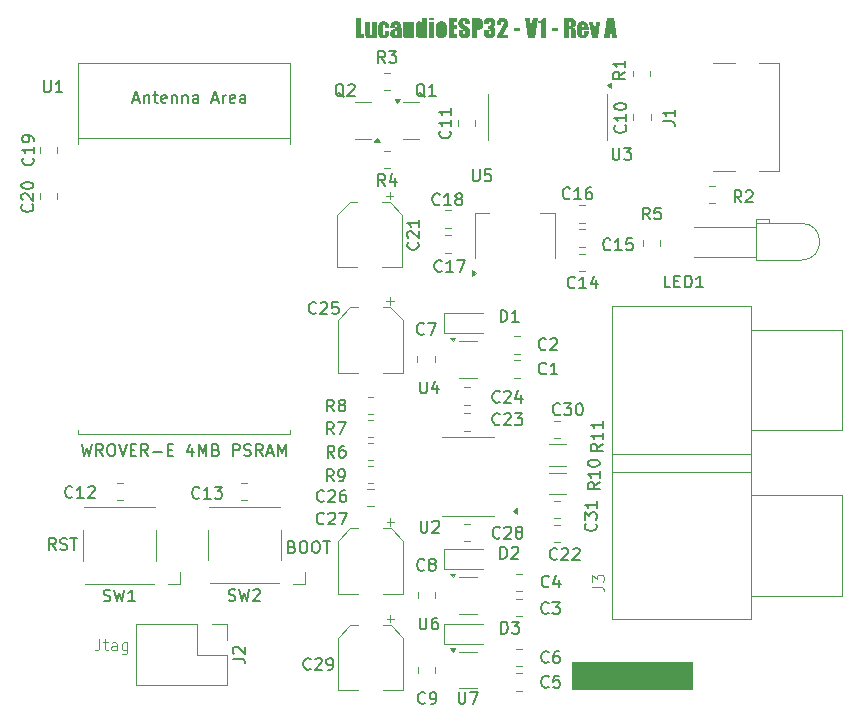
<source format=gbr>
%TF.GenerationSoftware,KiCad,Pcbnew,8.0.0*%
%TF.CreationDate,2024-06-17T16:53:13+02:00*%
%TF.ProjectId,Lucaudio_esp32,4c756361-7564-4696-9f5f-65737033322e,rev?*%
%TF.SameCoordinates,Original*%
%TF.FileFunction,Legend,Top*%
%TF.FilePolarity,Positive*%
%FSLAX46Y46*%
G04 Gerber Fmt 4.6, Leading zero omitted, Abs format (unit mm)*
G04 Created by KiCad (PCBNEW 8.0.0) date 2024-06-17 16:53:13*
%MOMM*%
%LPD*%
G01*
G04 APERTURE LIST*
%ADD10C,0.150000*%
%ADD11C,0.100000*%
%ADD12C,0.200000*%
%ADD13C,0.120000*%
G04 APERTURE END LIST*
D10*
X108841541Y-103669819D02*
X109079636Y-104669819D01*
X109079636Y-104669819D02*
X109270112Y-103955533D01*
X109270112Y-103955533D02*
X109460588Y-104669819D01*
X109460588Y-104669819D02*
X109698684Y-103669819D01*
X110651064Y-104669819D02*
X110317731Y-104193628D01*
X110079636Y-104669819D02*
X110079636Y-103669819D01*
X110079636Y-103669819D02*
X110460588Y-103669819D01*
X110460588Y-103669819D02*
X110555826Y-103717438D01*
X110555826Y-103717438D02*
X110603445Y-103765057D01*
X110603445Y-103765057D02*
X110651064Y-103860295D01*
X110651064Y-103860295D02*
X110651064Y-104003152D01*
X110651064Y-104003152D02*
X110603445Y-104098390D01*
X110603445Y-104098390D02*
X110555826Y-104146009D01*
X110555826Y-104146009D02*
X110460588Y-104193628D01*
X110460588Y-104193628D02*
X110079636Y-104193628D01*
X111270112Y-103669819D02*
X111460588Y-103669819D01*
X111460588Y-103669819D02*
X111555826Y-103717438D01*
X111555826Y-103717438D02*
X111651064Y-103812676D01*
X111651064Y-103812676D02*
X111698683Y-104003152D01*
X111698683Y-104003152D02*
X111698683Y-104336485D01*
X111698683Y-104336485D02*
X111651064Y-104526961D01*
X111651064Y-104526961D02*
X111555826Y-104622200D01*
X111555826Y-104622200D02*
X111460588Y-104669819D01*
X111460588Y-104669819D02*
X111270112Y-104669819D01*
X111270112Y-104669819D02*
X111174874Y-104622200D01*
X111174874Y-104622200D02*
X111079636Y-104526961D01*
X111079636Y-104526961D02*
X111032017Y-104336485D01*
X111032017Y-104336485D02*
X111032017Y-104003152D01*
X111032017Y-104003152D02*
X111079636Y-103812676D01*
X111079636Y-103812676D02*
X111174874Y-103717438D01*
X111174874Y-103717438D02*
X111270112Y-103669819D01*
X111984398Y-103669819D02*
X112317731Y-104669819D01*
X112317731Y-104669819D02*
X112651064Y-103669819D01*
X112984398Y-104146009D02*
X113317731Y-104146009D01*
X113460588Y-104669819D02*
X112984398Y-104669819D01*
X112984398Y-104669819D02*
X112984398Y-103669819D01*
X112984398Y-103669819D02*
X113460588Y-103669819D01*
X114460588Y-104669819D02*
X114127255Y-104193628D01*
X113889160Y-104669819D02*
X113889160Y-103669819D01*
X113889160Y-103669819D02*
X114270112Y-103669819D01*
X114270112Y-103669819D02*
X114365350Y-103717438D01*
X114365350Y-103717438D02*
X114412969Y-103765057D01*
X114412969Y-103765057D02*
X114460588Y-103860295D01*
X114460588Y-103860295D02*
X114460588Y-104003152D01*
X114460588Y-104003152D02*
X114412969Y-104098390D01*
X114412969Y-104098390D02*
X114365350Y-104146009D01*
X114365350Y-104146009D02*
X114270112Y-104193628D01*
X114270112Y-104193628D02*
X113889160Y-104193628D01*
X114889160Y-104288866D02*
X115651065Y-104288866D01*
X116127255Y-104146009D02*
X116460588Y-104146009D01*
X116603445Y-104669819D02*
X116127255Y-104669819D01*
X116127255Y-104669819D02*
X116127255Y-103669819D01*
X116127255Y-103669819D02*
X116603445Y-103669819D01*
X118222493Y-104003152D02*
X118222493Y-104669819D01*
X117984398Y-103622200D02*
X117746303Y-104336485D01*
X117746303Y-104336485D02*
X118365350Y-104336485D01*
X118746303Y-104669819D02*
X118746303Y-103669819D01*
X118746303Y-103669819D02*
X119079636Y-104384104D01*
X119079636Y-104384104D02*
X119412969Y-103669819D01*
X119412969Y-103669819D02*
X119412969Y-104669819D01*
X120222493Y-104146009D02*
X120365350Y-104193628D01*
X120365350Y-104193628D02*
X120412969Y-104241247D01*
X120412969Y-104241247D02*
X120460588Y-104336485D01*
X120460588Y-104336485D02*
X120460588Y-104479342D01*
X120460588Y-104479342D02*
X120412969Y-104574580D01*
X120412969Y-104574580D02*
X120365350Y-104622200D01*
X120365350Y-104622200D02*
X120270112Y-104669819D01*
X120270112Y-104669819D02*
X119889160Y-104669819D01*
X119889160Y-104669819D02*
X119889160Y-103669819D01*
X119889160Y-103669819D02*
X120222493Y-103669819D01*
X120222493Y-103669819D02*
X120317731Y-103717438D01*
X120317731Y-103717438D02*
X120365350Y-103765057D01*
X120365350Y-103765057D02*
X120412969Y-103860295D01*
X120412969Y-103860295D02*
X120412969Y-103955533D01*
X120412969Y-103955533D02*
X120365350Y-104050771D01*
X120365350Y-104050771D02*
X120317731Y-104098390D01*
X120317731Y-104098390D02*
X120222493Y-104146009D01*
X120222493Y-104146009D02*
X119889160Y-104146009D01*
X121651065Y-104669819D02*
X121651065Y-103669819D01*
X121651065Y-103669819D02*
X122032017Y-103669819D01*
X122032017Y-103669819D02*
X122127255Y-103717438D01*
X122127255Y-103717438D02*
X122174874Y-103765057D01*
X122174874Y-103765057D02*
X122222493Y-103860295D01*
X122222493Y-103860295D02*
X122222493Y-104003152D01*
X122222493Y-104003152D02*
X122174874Y-104098390D01*
X122174874Y-104098390D02*
X122127255Y-104146009D01*
X122127255Y-104146009D02*
X122032017Y-104193628D01*
X122032017Y-104193628D02*
X121651065Y-104193628D01*
X122603446Y-104622200D02*
X122746303Y-104669819D01*
X122746303Y-104669819D02*
X122984398Y-104669819D01*
X122984398Y-104669819D02*
X123079636Y-104622200D01*
X123079636Y-104622200D02*
X123127255Y-104574580D01*
X123127255Y-104574580D02*
X123174874Y-104479342D01*
X123174874Y-104479342D02*
X123174874Y-104384104D01*
X123174874Y-104384104D02*
X123127255Y-104288866D01*
X123127255Y-104288866D02*
X123079636Y-104241247D01*
X123079636Y-104241247D02*
X122984398Y-104193628D01*
X122984398Y-104193628D02*
X122793922Y-104146009D01*
X122793922Y-104146009D02*
X122698684Y-104098390D01*
X122698684Y-104098390D02*
X122651065Y-104050771D01*
X122651065Y-104050771D02*
X122603446Y-103955533D01*
X122603446Y-103955533D02*
X122603446Y-103860295D01*
X122603446Y-103860295D02*
X122651065Y-103765057D01*
X122651065Y-103765057D02*
X122698684Y-103717438D01*
X122698684Y-103717438D02*
X122793922Y-103669819D01*
X122793922Y-103669819D02*
X123032017Y-103669819D01*
X123032017Y-103669819D02*
X123174874Y-103717438D01*
X124174874Y-104669819D02*
X123841541Y-104193628D01*
X123603446Y-104669819D02*
X123603446Y-103669819D01*
X123603446Y-103669819D02*
X123984398Y-103669819D01*
X123984398Y-103669819D02*
X124079636Y-103717438D01*
X124079636Y-103717438D02*
X124127255Y-103765057D01*
X124127255Y-103765057D02*
X124174874Y-103860295D01*
X124174874Y-103860295D02*
X124174874Y-104003152D01*
X124174874Y-104003152D02*
X124127255Y-104098390D01*
X124127255Y-104098390D02*
X124079636Y-104146009D01*
X124079636Y-104146009D02*
X123984398Y-104193628D01*
X123984398Y-104193628D02*
X123603446Y-104193628D01*
X124555827Y-104384104D02*
X125032017Y-104384104D01*
X124460589Y-104669819D02*
X124793922Y-103669819D01*
X124793922Y-103669819D02*
X125127255Y-104669819D01*
X125460589Y-104669819D02*
X125460589Y-103669819D01*
X125460589Y-103669819D02*
X125793922Y-104384104D01*
X125793922Y-104384104D02*
X126127255Y-103669819D01*
X126127255Y-103669819D02*
X126127255Y-104669819D01*
D11*
X150375000Y-122125000D02*
X160500000Y-122125000D01*
X160500000Y-124375000D01*
X150375000Y-124375000D01*
X150375000Y-122125000D01*
G36*
X150375000Y-122125000D02*
G01*
X160500000Y-122125000D01*
X160500000Y-124375000D01*
X150375000Y-124375000D01*
X150375000Y-122125000D01*
G37*
D10*
X126670112Y-112346009D02*
X126812969Y-112393628D01*
X126812969Y-112393628D02*
X126860588Y-112441247D01*
X126860588Y-112441247D02*
X126908207Y-112536485D01*
X126908207Y-112536485D02*
X126908207Y-112679342D01*
X126908207Y-112679342D02*
X126860588Y-112774580D01*
X126860588Y-112774580D02*
X126812969Y-112822200D01*
X126812969Y-112822200D02*
X126717731Y-112869819D01*
X126717731Y-112869819D02*
X126336779Y-112869819D01*
X126336779Y-112869819D02*
X126336779Y-111869819D01*
X126336779Y-111869819D02*
X126670112Y-111869819D01*
X126670112Y-111869819D02*
X126765350Y-111917438D01*
X126765350Y-111917438D02*
X126812969Y-111965057D01*
X126812969Y-111965057D02*
X126860588Y-112060295D01*
X126860588Y-112060295D02*
X126860588Y-112155533D01*
X126860588Y-112155533D02*
X126812969Y-112250771D01*
X126812969Y-112250771D02*
X126765350Y-112298390D01*
X126765350Y-112298390D02*
X126670112Y-112346009D01*
X126670112Y-112346009D02*
X126336779Y-112346009D01*
X127527255Y-111869819D02*
X127717731Y-111869819D01*
X127717731Y-111869819D02*
X127812969Y-111917438D01*
X127812969Y-111917438D02*
X127908207Y-112012676D01*
X127908207Y-112012676D02*
X127955826Y-112203152D01*
X127955826Y-112203152D02*
X127955826Y-112536485D01*
X127955826Y-112536485D02*
X127908207Y-112726961D01*
X127908207Y-112726961D02*
X127812969Y-112822200D01*
X127812969Y-112822200D02*
X127717731Y-112869819D01*
X127717731Y-112869819D02*
X127527255Y-112869819D01*
X127527255Y-112869819D02*
X127432017Y-112822200D01*
X127432017Y-112822200D02*
X127336779Y-112726961D01*
X127336779Y-112726961D02*
X127289160Y-112536485D01*
X127289160Y-112536485D02*
X127289160Y-112203152D01*
X127289160Y-112203152D02*
X127336779Y-112012676D01*
X127336779Y-112012676D02*
X127432017Y-111917438D01*
X127432017Y-111917438D02*
X127527255Y-111869819D01*
X128574874Y-111869819D02*
X128765350Y-111869819D01*
X128765350Y-111869819D02*
X128860588Y-111917438D01*
X128860588Y-111917438D02*
X128955826Y-112012676D01*
X128955826Y-112012676D02*
X129003445Y-112203152D01*
X129003445Y-112203152D02*
X129003445Y-112536485D01*
X129003445Y-112536485D02*
X128955826Y-112726961D01*
X128955826Y-112726961D02*
X128860588Y-112822200D01*
X128860588Y-112822200D02*
X128765350Y-112869819D01*
X128765350Y-112869819D02*
X128574874Y-112869819D01*
X128574874Y-112869819D02*
X128479636Y-112822200D01*
X128479636Y-112822200D02*
X128384398Y-112726961D01*
X128384398Y-112726961D02*
X128336779Y-112536485D01*
X128336779Y-112536485D02*
X128336779Y-112203152D01*
X128336779Y-112203152D02*
X128384398Y-112012676D01*
X128384398Y-112012676D02*
X128479636Y-111917438D01*
X128479636Y-111917438D02*
X128574874Y-111869819D01*
X129289160Y-111869819D02*
X129860588Y-111869819D01*
X129574874Y-112869819D02*
X129574874Y-111869819D01*
D11*
X110339598Y-120122419D02*
X110339598Y-120836704D01*
X110339598Y-120836704D02*
X110291979Y-120979561D01*
X110291979Y-120979561D02*
X110196741Y-121074800D01*
X110196741Y-121074800D02*
X110053884Y-121122419D01*
X110053884Y-121122419D02*
X109958646Y-121122419D01*
X110672932Y-120455752D02*
X111053884Y-120455752D01*
X110815789Y-120122419D02*
X110815789Y-120979561D01*
X110815789Y-120979561D02*
X110863408Y-121074800D01*
X110863408Y-121074800D02*
X110958646Y-121122419D01*
X110958646Y-121122419D02*
X111053884Y-121122419D01*
X111815789Y-121122419D02*
X111815789Y-120598609D01*
X111815789Y-120598609D02*
X111768170Y-120503371D01*
X111768170Y-120503371D02*
X111672932Y-120455752D01*
X111672932Y-120455752D02*
X111482456Y-120455752D01*
X111482456Y-120455752D02*
X111387218Y-120503371D01*
X111815789Y-121074800D02*
X111720551Y-121122419D01*
X111720551Y-121122419D02*
X111482456Y-121122419D01*
X111482456Y-121122419D02*
X111387218Y-121074800D01*
X111387218Y-121074800D02*
X111339599Y-120979561D01*
X111339599Y-120979561D02*
X111339599Y-120884323D01*
X111339599Y-120884323D02*
X111387218Y-120789085D01*
X111387218Y-120789085D02*
X111482456Y-120741466D01*
X111482456Y-120741466D02*
X111720551Y-120741466D01*
X111720551Y-120741466D02*
X111815789Y-120693847D01*
X112720551Y-120455752D02*
X112720551Y-121265276D01*
X112720551Y-121265276D02*
X112672932Y-121360514D01*
X112672932Y-121360514D02*
X112625313Y-121408133D01*
X112625313Y-121408133D02*
X112530075Y-121455752D01*
X112530075Y-121455752D02*
X112387218Y-121455752D01*
X112387218Y-121455752D02*
X112291980Y-121408133D01*
X112720551Y-121074800D02*
X112625313Y-121122419D01*
X112625313Y-121122419D02*
X112434837Y-121122419D01*
X112434837Y-121122419D02*
X112339599Y-121074800D01*
X112339599Y-121074800D02*
X112291980Y-121027180D01*
X112291980Y-121027180D02*
X112244361Y-120931942D01*
X112244361Y-120931942D02*
X112244361Y-120646228D01*
X112244361Y-120646228D02*
X112291980Y-120550990D01*
X112291980Y-120550990D02*
X112339599Y-120503371D01*
X112339599Y-120503371D02*
X112434837Y-120455752D01*
X112434837Y-120455752D02*
X112625313Y-120455752D01*
X112625313Y-120455752D02*
X112720551Y-120503371D01*
D10*
X106658207Y-112619819D02*
X106324874Y-112143628D01*
X106086779Y-112619819D02*
X106086779Y-111619819D01*
X106086779Y-111619819D02*
X106467731Y-111619819D01*
X106467731Y-111619819D02*
X106562969Y-111667438D01*
X106562969Y-111667438D02*
X106610588Y-111715057D01*
X106610588Y-111715057D02*
X106658207Y-111810295D01*
X106658207Y-111810295D02*
X106658207Y-111953152D01*
X106658207Y-111953152D02*
X106610588Y-112048390D01*
X106610588Y-112048390D02*
X106562969Y-112096009D01*
X106562969Y-112096009D02*
X106467731Y-112143628D01*
X106467731Y-112143628D02*
X106086779Y-112143628D01*
X107039160Y-112572200D02*
X107182017Y-112619819D01*
X107182017Y-112619819D02*
X107420112Y-112619819D01*
X107420112Y-112619819D02*
X107515350Y-112572200D01*
X107515350Y-112572200D02*
X107562969Y-112524580D01*
X107562969Y-112524580D02*
X107610588Y-112429342D01*
X107610588Y-112429342D02*
X107610588Y-112334104D01*
X107610588Y-112334104D02*
X107562969Y-112238866D01*
X107562969Y-112238866D02*
X107515350Y-112191247D01*
X107515350Y-112191247D02*
X107420112Y-112143628D01*
X107420112Y-112143628D02*
X107229636Y-112096009D01*
X107229636Y-112096009D02*
X107134398Y-112048390D01*
X107134398Y-112048390D02*
X107086779Y-112000771D01*
X107086779Y-112000771D02*
X107039160Y-111905533D01*
X107039160Y-111905533D02*
X107039160Y-111810295D01*
X107039160Y-111810295D02*
X107086779Y-111715057D01*
X107086779Y-111715057D02*
X107134398Y-111667438D01*
X107134398Y-111667438D02*
X107229636Y-111619819D01*
X107229636Y-111619819D02*
X107467731Y-111619819D01*
X107467731Y-111619819D02*
X107610588Y-111667438D01*
X107896303Y-111619819D02*
X108467731Y-111619819D01*
X108182017Y-112619819D02*
X108182017Y-111619819D01*
D12*
G36*
X132520237Y-67580240D02*
G01*
X132520237Y-68916737D01*
X132784019Y-68916737D01*
X132784019Y-69245000D01*
X132086461Y-69245000D01*
X132086461Y-67580240D01*
X132520237Y-67580240D01*
G37*
G36*
X133825959Y-67885055D02*
G01*
X133825959Y-69245000D01*
X133402442Y-69245000D01*
X133409769Y-69129228D01*
X133361501Y-69190136D01*
X133303157Y-69233642D01*
X133230438Y-69260799D01*
X133157344Y-69268447D01*
X133081379Y-69262206D01*
X133009503Y-69239789D01*
X133001639Y-69235840D01*
X132942482Y-69192023D01*
X132910415Y-69148646D01*
X132882365Y-69079008D01*
X132873778Y-69035439D01*
X132869020Y-68961598D01*
X132867252Y-68881635D01*
X132866817Y-68801332D01*
X132866817Y-67885055D01*
X133283007Y-67885055D01*
X133283007Y-68814521D01*
X133283761Y-68894113D01*
X133287109Y-68968319D01*
X133292533Y-69004298D01*
X133346022Y-69033974D01*
X133400976Y-69003199D01*
X133408086Y-68924927D01*
X133409632Y-68844077D01*
X133409769Y-68804263D01*
X133409769Y-67885055D01*
X133825959Y-67885055D01*
G37*
G36*
X134889148Y-68400896D02*
G01*
X134496772Y-68400896D01*
X134496772Y-68240062D01*
X134492946Y-68166121D01*
X134483217Y-68126123D01*
X134433757Y-68096081D01*
X134385397Y-68122093D01*
X134373719Y-68197037D01*
X134372941Y-68238230D01*
X134372941Y-68886695D01*
X134379399Y-68961226D01*
X134391259Y-68997337D01*
X134446214Y-69033974D01*
X134503367Y-68995139D01*
X134516275Y-68919548D01*
X134518387Y-68848227D01*
X134518387Y-68682264D01*
X134889148Y-68682264D01*
X134887980Y-68758880D01*
X134885189Y-68832921D01*
X134879032Y-68911626D01*
X134877058Y-68927728D01*
X134858645Y-68999986D01*
X134825223Y-69068465D01*
X134808182Y-69095157D01*
X134759495Y-69153580D01*
X134700814Y-69200257D01*
X134656140Y-69224849D01*
X134586631Y-69249671D01*
X134514274Y-69263295D01*
X134433187Y-69268404D01*
X134424598Y-69268447D01*
X134350990Y-69265589D01*
X134275410Y-69255325D01*
X134201276Y-69234856D01*
X134145062Y-69208729D01*
X134081385Y-69161794D01*
X134031907Y-69103603D01*
X133999249Y-69040935D01*
X133976838Y-68964549D01*
X133964886Y-68890715D01*
X133958785Y-68816832D01*
X133956751Y-68734288D01*
X133956751Y-68348506D01*
X133958926Y-68267356D01*
X133966574Y-68188763D01*
X133983398Y-68110965D01*
X133991556Y-68087655D01*
X134029062Y-68024388D01*
X134082995Y-67971101D01*
X134141032Y-67930851D01*
X134209419Y-67897379D01*
X134285572Y-67874862D01*
X134359783Y-67864042D01*
X134419469Y-67861608D01*
X134497848Y-67865913D01*
X134570320Y-67878827D01*
X134644789Y-67903647D01*
X134697540Y-67930484D01*
X134762118Y-67977039D01*
X134815717Y-68036347D01*
X134851046Y-68104141D01*
X134871139Y-68178144D01*
X134882860Y-68259307D01*
X134888218Y-68343033D01*
X134889148Y-68400896D01*
G37*
G36*
X135533347Y-67864223D02*
G01*
X135612269Y-67873882D01*
X135690230Y-67893637D01*
X135762336Y-67926974D01*
X135776116Y-67935980D01*
X135834834Y-67985561D01*
X135880085Y-68047786D01*
X135905076Y-68118063D01*
X135915525Y-68196969D01*
X135921288Y-68283385D01*
X135924138Y-68358527D01*
X135925932Y-68444850D01*
X135926607Y-68521958D01*
X135926692Y-68563196D01*
X135926692Y-69245000D01*
X135521859Y-69245000D01*
X135521859Y-69121168D01*
X135481228Y-69182155D01*
X135423307Y-69231810D01*
X135352851Y-69260397D01*
X135279692Y-69268447D01*
X135206755Y-69261174D01*
X135132025Y-69236650D01*
X135079291Y-69206898D01*
X135027354Y-69147058D01*
X135000895Y-69072402D01*
X134990294Y-68998348D01*
X134988066Y-68936887D01*
X134988066Y-68861050D01*
X135378611Y-68861050D01*
X135380908Y-68936998D01*
X135392533Y-69002100D01*
X135447487Y-69033974D01*
X135498412Y-69009061D01*
X135509321Y-68936363D01*
X135510502Y-68877903D01*
X135510502Y-68588475D01*
X135451654Y-68637461D01*
X135403359Y-68694911D01*
X135394364Y-68714870D01*
X135381211Y-68790971D01*
X135378611Y-68861050D01*
X134988066Y-68861050D01*
X134988066Y-68823681D01*
X134991892Y-68744688D01*
X135006957Y-68669235D01*
X135036427Y-68613387D01*
X135099421Y-68564821D01*
X135170802Y-68527655D01*
X135242028Y-68496746D01*
X135276762Y-68482962D01*
X135346863Y-68454467D01*
X135419495Y-68422284D01*
X135483792Y-68386461D01*
X135495847Y-68374152D01*
X135509586Y-68301268D01*
X135510502Y-68263143D01*
X135507416Y-68185986D01*
X135494382Y-68127588D01*
X135441625Y-68096081D01*
X135388869Y-68122826D01*
X135379613Y-68199601D01*
X135378611Y-68260945D01*
X135378611Y-68400896D01*
X134988066Y-68400896D01*
X134988066Y-68311503D01*
X134990964Y-68230337D01*
X135000982Y-68153272D01*
X135022449Y-68079023D01*
X135024703Y-68073733D01*
X135066623Y-68008831D01*
X135121080Y-67959015D01*
X135171615Y-67925722D01*
X135238832Y-67894729D01*
X135316425Y-67873880D01*
X135394105Y-67863862D01*
X135457745Y-67861608D01*
X135533347Y-67864223D01*
G37*
G36*
X137017725Y-67885055D02*
G01*
X137017725Y-69245000D01*
X136594207Y-69245000D01*
X136601535Y-69129228D01*
X136553266Y-69190136D01*
X136494923Y-69233642D01*
X136422204Y-69260799D01*
X136349110Y-69268447D01*
X136273145Y-69262206D01*
X136201269Y-69239789D01*
X136193405Y-69235840D01*
X136134247Y-69192023D01*
X136102180Y-69148646D01*
X136074130Y-69079008D01*
X136065544Y-69035439D01*
X136060785Y-68961598D01*
X136059018Y-68881635D01*
X136058583Y-68801332D01*
X136058583Y-67885055D01*
X136474773Y-67885055D01*
X136474773Y-68814521D01*
X136475526Y-68894113D01*
X136478875Y-68968319D01*
X136484298Y-69004298D01*
X136537787Y-69033974D01*
X136592742Y-69003199D01*
X136599852Y-68924927D01*
X136601397Y-68844077D01*
X136601535Y-68804263D01*
X136601535Y-67885055D01*
X137017725Y-67885055D01*
G37*
G36*
X138107658Y-69245000D02*
G01*
X137691468Y-69245000D01*
X137691468Y-69143150D01*
X137634115Y-69195041D01*
X137569921Y-69235306D01*
X137565806Y-69237306D01*
X137493981Y-69261604D01*
X137427686Y-69268447D01*
X137353334Y-69260103D01*
X137282728Y-69232454D01*
X137259891Y-69217889D01*
X137204448Y-69166948D01*
X137168667Y-69100652D01*
X137154892Y-69026320D01*
X137149481Y-68945484D01*
X137148729Y-68897320D01*
X137564706Y-68897320D01*
X137568648Y-68973505D01*
X137577163Y-69007595D01*
X137624424Y-69033974D01*
X137677913Y-69004665D01*
X137689867Y-68928953D01*
X137691468Y-68859951D01*
X137691468Y-68223576D01*
X137686460Y-68148385D01*
X137678646Y-68122093D01*
X137627721Y-68096081D01*
X137577529Y-68119528D01*
X137565157Y-68195249D01*
X137564706Y-68223576D01*
X137564706Y-68897320D01*
X137148729Y-68897320D01*
X137148517Y-68883764D01*
X137148517Y-68248489D01*
X137150110Y-68167531D01*
X137156388Y-68088262D01*
X137168667Y-68026472D01*
X137204655Y-67961344D01*
X137260624Y-67911434D01*
X137329106Y-67877373D01*
X137402240Y-67862824D01*
X137432815Y-67861608D01*
X137506912Y-67868752D01*
X137574598Y-67890184D01*
X137639696Y-67928223D01*
X137691468Y-67975181D01*
X137691468Y-67580240D01*
X138107658Y-67580240D01*
X138107658Y-69245000D01*
G37*
G36*
X138679919Y-67580240D02*
G01*
X138679919Y-67791266D01*
X138251273Y-67791266D01*
X138251273Y-67580240D01*
X138679919Y-67580240D01*
G37*
G36*
X138679919Y-67885055D02*
G01*
X138679919Y-69245000D01*
X138251273Y-69245000D01*
X138251273Y-67885055D01*
X138679919Y-67885055D01*
G37*
G36*
X139352496Y-67864883D02*
G01*
X139429276Y-67876203D01*
X139504724Y-67897994D01*
X139517428Y-67903007D01*
X139586276Y-67937611D01*
X139646326Y-67983123D01*
X139672400Y-68011085D01*
X139716010Y-68074218D01*
X139745845Y-68143690D01*
X139747138Y-68148105D01*
X139760913Y-68224000D01*
X139766324Y-68303309D01*
X139767288Y-68362794D01*
X139767288Y-68695453D01*
X139766394Y-68770914D01*
X139763183Y-68845693D01*
X139755884Y-68921971D01*
X139748604Y-68963998D01*
X139724441Y-69036587D01*
X139687437Y-69100223D01*
X139669469Y-69123733D01*
X139614372Y-69177514D01*
X139547908Y-69218597D01*
X139513398Y-69233276D01*
X139437938Y-69254708D01*
X139361707Y-69265665D01*
X139294312Y-69268447D01*
X139219953Y-69266070D01*
X139145149Y-69257856D01*
X139072368Y-69242043D01*
X139060205Y-69238405D01*
X138989527Y-69208680D01*
X138929100Y-69165443D01*
X138911461Y-69147180D01*
X138868603Y-69084530D01*
X138840513Y-69015888D01*
X138835990Y-68999902D01*
X138822149Y-68922897D01*
X138818340Y-68877536D01*
X139229466Y-68877536D01*
X139232203Y-68954006D01*
X139241922Y-69004665D01*
X139290282Y-69033974D01*
X139339009Y-69007229D01*
X139350343Y-68931735D01*
X139351099Y-68891092D01*
X139351099Y-68256549D01*
X139348925Y-68179161D01*
X139339741Y-68123558D01*
X139291381Y-68096081D01*
X139241922Y-68123558D01*
X139230682Y-68198224D01*
X139229466Y-68256549D01*
X139229466Y-68877536D01*
X138818340Y-68877536D01*
X138815960Y-68849184D01*
X138813475Y-68772179D01*
X138813276Y-68740516D01*
X138813276Y-68392470D01*
X138815239Y-68313725D01*
X138822292Y-68233434D01*
X138836357Y-68155478D01*
X138854309Y-68097180D01*
X138890520Y-68028863D01*
X138942229Y-67970503D01*
X139002686Y-67926088D01*
X139075573Y-67892085D01*
X139151082Y-67872250D01*
X139226083Y-67863182D01*
X139276727Y-67861608D01*
X139352496Y-67864883D01*
G37*
G36*
X139910537Y-67580240D02*
G01*
X140634106Y-67580240D01*
X140634106Y-67908503D01*
X140344312Y-67908503D01*
X140344312Y-68213318D01*
X140615422Y-68213318D01*
X140615422Y-68541580D01*
X140344312Y-68541580D01*
X140344312Y-68916737D01*
X140662683Y-68916737D01*
X140662683Y-69245000D01*
X139910537Y-69245000D01*
X139910537Y-67580240D01*
G37*
G36*
X141701692Y-68096081D02*
G01*
X141298691Y-68096081D01*
X141298691Y-67972250D01*
X141294348Y-67898065D01*
X141283304Y-67861974D01*
X141231646Y-67838161D01*
X141172662Y-67868203D01*
X141153004Y-67940450D01*
X141152512Y-67958695D01*
X141159699Y-68034017D01*
X141175226Y-68075931D01*
X141228922Y-68130925D01*
X141291716Y-68173910D01*
X141297958Y-68177780D01*
X141366966Y-68221549D01*
X141429277Y-68263097D01*
X141497747Y-68311909D01*
X141555751Y-68357250D01*
X141611543Y-68407079D01*
X141662491Y-68465743D01*
X141698796Y-68537056D01*
X141721093Y-68618108D01*
X141732901Y-68702666D01*
X141737302Y-68785274D01*
X141737595Y-68814888D01*
X141734985Y-68896702D01*
X141725808Y-68975002D01*
X141705619Y-69050947D01*
X141695830Y-69073175D01*
X141649077Y-69136095D01*
X141589493Y-69182534D01*
X141534630Y-69212393D01*
X141464347Y-69239489D01*
X141387862Y-69257718D01*
X141314669Y-69266476D01*
X141256559Y-69268447D01*
X141182718Y-69265291D01*
X141104339Y-69253957D01*
X141032371Y-69234379D01*
X140959071Y-69202501D01*
X140896552Y-69162567D01*
X140842857Y-69111533D01*
X140802966Y-69047297D01*
X140797871Y-69034706D01*
X140777778Y-68962450D01*
X140766058Y-68883102D01*
X140760699Y-68801186D01*
X140759769Y-68744546D01*
X140759769Y-68635369D01*
X141162770Y-68635369D01*
X141162770Y-68839068D01*
X141166473Y-68912607D01*
X141179623Y-68960334D01*
X141240073Y-68987079D01*
X141304187Y-68953374D01*
X141324419Y-68880458D01*
X141325436Y-68852990D01*
X141322248Y-68778585D01*
X141308080Y-68704354D01*
X141285136Y-68661381D01*
X141226161Y-68611012D01*
X141163883Y-68567078D01*
X141102261Y-68526656D01*
X141082536Y-68514103D01*
X141016915Y-68471710D01*
X140954713Y-68429744D01*
X140891469Y-68383332D01*
X140867847Y-68363527D01*
X140819945Y-68306832D01*
X140783188Y-68237210D01*
X140781018Y-68232002D01*
X140758721Y-68156096D01*
X140748732Y-68079778D01*
X140746580Y-68017313D01*
X140748912Y-67939783D01*
X140757287Y-67863070D01*
X140776320Y-67785017D01*
X140795307Y-67742173D01*
X140840575Y-67682135D01*
X140902743Y-67632814D01*
X140953576Y-67605886D01*
X141026248Y-67579997D01*
X141099239Y-67564895D01*
X141179417Y-67557560D01*
X141217358Y-67556793D01*
X141298691Y-67560205D01*
X141373796Y-67570440D01*
X141450844Y-67590111D01*
X141505321Y-67611381D01*
X141571867Y-67648254D01*
X141630943Y-67699774D01*
X141662857Y-67748768D01*
X141684967Y-67819372D01*
X141696231Y-67897489D01*
X141700744Y-67970909D01*
X141701692Y-68030136D01*
X141701692Y-68096081D01*
G37*
G36*
X142378968Y-67581555D02*
G01*
X142453403Y-67586278D01*
X142532085Y-67597011D01*
X142577669Y-67607718D01*
X142647440Y-67634094D01*
X142711565Y-67677680D01*
X142720917Y-67687219D01*
X142763122Y-67748698D01*
X142785764Y-67813248D01*
X142796912Y-67886442D01*
X142801621Y-67960932D01*
X142802983Y-68041493D01*
X142802983Y-68185108D01*
X142800922Y-68258724D01*
X142792550Y-68335739D01*
X142772039Y-68410934D01*
X142770010Y-68415551D01*
X142726942Y-68475888D01*
X142664812Y-68518985D01*
X142648743Y-68526559D01*
X142575173Y-68550001D01*
X142502215Y-68561271D01*
X142427498Y-68564990D01*
X142418667Y-68565027D01*
X142302163Y-68565027D01*
X142302163Y-69245000D01*
X141868387Y-69245000D01*
X141868387Y-67861608D01*
X142302163Y-67861608D01*
X142302163Y-68282561D01*
X142334036Y-68283660D01*
X142406891Y-68264553D01*
X142416835Y-68254717D01*
X142438427Y-68180221D01*
X142440282Y-68133450D01*
X142440282Y-67997529D01*
X142432734Y-67924074D01*
X142413538Y-67887254D01*
X142340860Y-67863211D01*
X142302163Y-67861608D01*
X141868387Y-67861608D01*
X141868387Y-67580240D01*
X142305460Y-67580240D01*
X142378968Y-67581555D01*
G37*
G36*
X143691782Y-68318831D02*
G01*
X143760837Y-68350663D01*
X143817218Y-68399550D01*
X143832833Y-68420680D01*
X143859323Y-68491465D01*
X143871682Y-68571115D01*
X143877135Y-68646420D01*
X143879316Y-68735068D01*
X143879361Y-68751140D01*
X143877187Y-68831473D01*
X143869379Y-68913149D01*
X143853807Y-68992117D01*
X143833932Y-69050826D01*
X143795115Y-69118105D01*
X143740628Y-69173348D01*
X143677494Y-69213126D01*
X143601767Y-69242299D01*
X143523151Y-69259317D01*
X143444949Y-69267096D01*
X143392096Y-69268447D01*
X143309610Y-69265344D01*
X143235258Y-69256035D01*
X143160245Y-69237797D01*
X143088555Y-69207590D01*
X143081420Y-69203600D01*
X143018444Y-69160016D01*
X142966608Y-69105544D01*
X142933042Y-69044232D01*
X142914302Y-68971861D01*
X142904307Y-68894489D01*
X142899205Y-68812589D01*
X142897539Y-68731840D01*
X142897505Y-68717435D01*
X142897505Y-68588475D01*
X143313695Y-68588475D01*
X143313695Y-68863981D01*
X143315811Y-68940338D01*
X143326517Y-69004298D01*
X143383670Y-69033974D01*
X143447784Y-68996971D01*
X143459790Y-68923455D01*
X143462796Y-68848622D01*
X143463171Y-68802431D01*
X143463171Y-68686294D01*
X143459034Y-68612193D01*
X143441556Y-68545976D01*
X143390213Y-68492460D01*
X143377442Y-68487358D01*
X143304889Y-68475406D01*
X143228571Y-68471559D01*
X143213677Y-68471238D01*
X143213677Y-68236765D01*
X143288185Y-68235809D01*
X143364188Y-68231051D01*
X143397226Y-68224675D01*
X143447784Y-68171919D01*
X143461353Y-68098183D01*
X143463171Y-68043691D01*
X143463171Y-67944406D01*
X143459227Y-67870829D01*
X143445219Y-67821308D01*
X143388799Y-67791266D01*
X143329448Y-67824239D01*
X143315556Y-67899861D01*
X143313695Y-67965289D01*
X143313695Y-68119528D01*
X142897505Y-68119528D01*
X142897505Y-67973715D01*
X142901343Y-67887518D01*
X142912858Y-67812475D01*
X142935994Y-67739022D01*
X142975229Y-67673666D01*
X143006681Y-67642889D01*
X143078294Y-67601270D01*
X143148098Y-67578317D01*
X143230244Y-67563603D01*
X143310477Y-67557550D01*
X143353995Y-67556793D01*
X143442387Y-67559655D01*
X143521406Y-67568242D01*
X143603855Y-67586102D01*
X143672806Y-67612206D01*
X143736188Y-67653078D01*
X143757728Y-67674030D01*
X143804211Y-67738372D01*
X143837412Y-67814164D01*
X143855569Y-67889873D01*
X143863559Y-67974348D01*
X143863974Y-68000094D01*
X143860253Y-68080629D01*
X143845965Y-68157154D01*
X143825872Y-68204159D01*
X143777432Y-68260557D01*
X143714875Y-68305659D01*
X143691782Y-68318831D01*
G37*
G36*
X144920935Y-69010526D02*
G01*
X144920935Y-69245000D01*
X144005024Y-69245000D01*
X144005024Y-69057421D01*
X144054612Y-68972125D01*
X144101618Y-68890994D01*
X144146043Y-68814028D01*
X144187885Y-68741226D01*
X144227147Y-68672588D01*
X144263826Y-68608115D01*
X144314004Y-68519214D01*
X144358374Y-68439684D01*
X144396934Y-68369523D01*
X144439312Y-68290552D01*
X144477763Y-68215263D01*
X144488625Y-68192435D01*
X144518603Y-68123172D01*
X144543848Y-68052601D01*
X144561880Y-67977267D01*
X144565561Y-67933049D01*
X144556402Y-67857916D01*
X144542114Y-67826437D01*
X144477585Y-67791403D01*
X144471772Y-67791266D01*
X144404088Y-67824754D01*
X144401064Y-67829368D01*
X144381792Y-67900962D01*
X144377983Y-67980310D01*
X144377983Y-68142976D01*
X144005024Y-68142976D01*
X144005024Y-68083625D01*
X144006419Y-68003640D01*
X144011177Y-67928715D01*
X144019312Y-67867470D01*
X144042228Y-67793845D01*
X144080175Y-67726144D01*
X144090387Y-67711765D01*
X144142089Y-67655719D01*
X144204916Y-67612008D01*
X144237665Y-67595994D01*
X144310858Y-67572106D01*
X144386822Y-67559894D01*
X144455286Y-67556793D01*
X144529843Y-67559879D01*
X144611519Y-67571728D01*
X144684695Y-67592465D01*
X144759322Y-67627891D01*
X144822379Y-67675412D01*
X144830443Y-67683189D01*
X144880121Y-67741712D01*
X144917597Y-67806688D01*
X144942872Y-67878114D01*
X144955945Y-67955993D01*
X144957937Y-68003391D01*
X144953449Y-68077923D01*
X144939986Y-68154608D01*
X144917546Y-68233445D01*
X144890548Y-68304193D01*
X144886130Y-68314434D01*
X144849538Y-68388803D01*
X144804070Y-68470573D01*
X144757894Y-68548947D01*
X144717544Y-68615285D01*
X144672293Y-68688102D01*
X144622142Y-68767398D01*
X144567089Y-68853172D01*
X144507136Y-68945425D01*
X144464445Y-69010526D01*
X144920935Y-69010526D01*
G37*
G36*
X145956646Y-68424344D02*
G01*
X145956646Y-68705711D01*
X145409298Y-68705711D01*
X145409298Y-68424344D01*
X145956646Y-68424344D01*
G37*
G36*
X147477058Y-67580240D02*
G01*
X147256507Y-69245000D01*
X146598150Y-69245000D01*
X146347557Y-67580240D01*
X146805146Y-67580240D01*
X146814905Y-67665374D01*
X146824306Y-67749043D01*
X146833349Y-67831246D01*
X146842034Y-67911983D01*
X146850362Y-67991255D01*
X146858332Y-68069062D01*
X146865944Y-68145403D01*
X146873198Y-68220279D01*
X146880095Y-68293689D01*
X146889769Y-68401057D01*
X146898638Y-68505127D01*
X146906702Y-68605900D01*
X146913961Y-68703376D01*
X146918353Y-68766528D01*
X146924767Y-68673015D01*
X146931233Y-68581794D01*
X146937750Y-68492867D01*
X146944319Y-68406231D01*
X146950939Y-68321889D01*
X146957611Y-68239839D01*
X146964334Y-68160082D01*
X146971109Y-68082617D01*
X146977935Y-68007445D01*
X146987117Y-67910782D01*
X146989427Y-67887254D01*
X147019469Y-67580240D01*
X147477058Y-67580240D01*
G37*
G36*
X148175348Y-67580240D02*
G01*
X148175348Y-69245000D01*
X147758792Y-69245000D01*
X147758792Y-68341179D01*
X147758336Y-68263055D01*
X147756411Y-68184558D01*
X147750420Y-68111529D01*
X147749267Y-68105973D01*
X147700921Y-68047534D01*
X147698342Y-68046256D01*
X147625301Y-68030247D01*
X147547074Y-68026060D01*
X147512595Y-68025739D01*
X147471563Y-68025739D01*
X147471563Y-67844023D01*
X147544761Y-67825876D01*
X147629867Y-67797236D01*
X147707872Y-67761977D01*
X147778774Y-67720099D01*
X147842575Y-67671602D01*
X147899274Y-67616487D01*
X147929884Y-67580240D01*
X148175348Y-67580240D01*
G37*
G36*
X149211427Y-68424344D02*
G01*
X149211427Y-68705711D01*
X148664078Y-68705711D01*
X148664078Y-68424344D01*
X149211427Y-68424344D01*
G37*
G36*
X150081925Y-67580612D02*
G01*
X150165286Y-67582124D01*
X150238968Y-67584798D01*
X150314612Y-67589542D01*
X150393793Y-67598473D01*
X150424092Y-67604054D01*
X150494137Y-67628919D01*
X150554658Y-67671273D01*
X150601413Y-67724954D01*
X150637541Y-67796975D01*
X150656809Y-67870923D01*
X150666644Y-67947537D01*
X150669856Y-68022052D01*
X150669923Y-68035265D01*
X150667609Y-68114275D01*
X150659297Y-68189631D01*
X150640406Y-68261416D01*
X150621563Y-68296849D01*
X150561296Y-68345024D01*
X150488756Y-68368610D01*
X150431053Y-68377083D01*
X150503196Y-68399114D01*
X150572376Y-68434068D01*
X150603977Y-68462445D01*
X150646224Y-68525557D01*
X150658932Y-68560265D01*
X150666821Y-68636622D01*
X150669236Y-68715512D01*
X150669912Y-68794021D01*
X150669923Y-68806461D01*
X150669923Y-69245000D01*
X150266922Y-69245000D01*
X150266922Y-68692156D01*
X150264847Y-68618525D01*
X150253953Y-68545378D01*
X150245673Y-68526559D01*
X150175606Y-68496678D01*
X150135031Y-68494685D01*
X150135031Y-69245000D01*
X149701256Y-69245000D01*
X149701256Y-67861608D01*
X150135031Y-67861608D01*
X150135031Y-68236765D01*
X150209449Y-68228894D01*
X150237613Y-68216615D01*
X150264060Y-68145460D01*
X150266922Y-68084724D01*
X150266922Y-67992034D01*
X150257880Y-67919275D01*
X150238346Y-67886887D01*
X150165645Y-67862818D01*
X150135031Y-67861608D01*
X149701256Y-67861608D01*
X149701256Y-67580240D01*
X150008269Y-67580240D01*
X150081925Y-67580612D01*
G37*
G36*
X151340785Y-67864764D02*
G01*
X151417830Y-67876098D01*
X151495364Y-67898702D01*
X151556158Y-67927554D01*
X151620715Y-67972956D01*
X151671963Y-68026730D01*
X151712964Y-68095551D01*
X151715893Y-68102309D01*
X151740043Y-68178974D01*
X151752923Y-68252773D01*
X151759497Y-68326439D01*
X151761688Y-68408590D01*
X151761688Y-68588475D01*
X151222766Y-68588475D01*
X151222766Y-68886695D01*
X151226064Y-68963540D01*
X151235956Y-69007229D01*
X151287613Y-69033974D01*
X151350994Y-68998803D01*
X151365209Y-68923760D01*
X151367114Y-68861782D01*
X151367114Y-68682264D01*
X151761688Y-68682264D01*
X151761688Y-68781549D01*
X151759783Y-68860598D01*
X151752621Y-68936383D01*
X151745568Y-68973524D01*
X151719007Y-69042583D01*
X151678034Y-69106917D01*
X151670830Y-69116406D01*
X151618003Y-69171796D01*
X151554775Y-69214730D01*
X151522086Y-69230345D01*
X151448052Y-69253563D01*
X151368872Y-69265433D01*
X151296039Y-69268447D01*
X151216613Y-69264762D01*
X151143197Y-69253706D01*
X151069381Y-69233033D01*
X151063032Y-69230711D01*
X150993703Y-69198219D01*
X150932666Y-69154183D01*
X150905861Y-69126664D01*
X150863406Y-69066437D01*
X150832548Y-68996305D01*
X150828192Y-68981584D01*
X150814197Y-68905138D01*
X150808286Y-68830205D01*
X150806577Y-68750774D01*
X150806577Y-68377449D01*
X151222766Y-68377449D01*
X151344399Y-68377449D01*
X151344399Y-68272302D01*
X151342525Y-68194871D01*
X151333042Y-68128688D01*
X151286514Y-68096081D01*
X151233025Y-68123925D01*
X151223979Y-68200223D01*
X151222766Y-68272302D01*
X151222766Y-68377449D01*
X150806577Y-68377449D01*
X150806577Y-68354734D01*
X150808891Y-68280448D01*
X150817203Y-68204393D01*
X150833779Y-68130107D01*
X150854937Y-68074099D01*
X150895500Y-68009037D01*
X150950697Y-67955403D01*
X151013572Y-67916563D01*
X151085715Y-67887583D01*
X151164297Y-67869336D01*
X151240527Y-67862091D01*
X151267096Y-67861608D01*
X151340785Y-67864764D01*
G37*
G36*
X152751971Y-67885055D02*
G01*
X152557065Y-69245000D01*
X152014113Y-69245000D01*
X151804919Y-67885055D01*
X152177145Y-67885055D01*
X152293283Y-68900617D01*
X152300090Y-68827570D01*
X152307320Y-68742828D01*
X152314329Y-68656606D01*
X152320580Y-68577414D01*
X152327403Y-68489143D01*
X152334799Y-68391793D01*
X152338712Y-68339713D01*
X152344649Y-68265823D01*
X152352034Y-68178549D01*
X152359702Y-68092794D01*
X152367653Y-68008558D01*
X152375888Y-67925843D01*
X152380111Y-67885055D01*
X152751971Y-67885055D01*
G37*
G36*
X154188119Y-69245000D02*
G01*
X153744085Y-69245000D01*
X153722470Y-68940184D01*
X153566765Y-68940184D01*
X153541120Y-69245000D01*
X153091591Y-69245000D01*
X153169250Y-68658817D01*
X153561636Y-68658817D01*
X153710013Y-68658817D01*
X153701770Y-68583220D01*
X153693527Y-68503158D01*
X153685284Y-68418631D01*
X153677041Y-68329638D01*
X153668797Y-68236181D01*
X153662615Y-68163158D01*
X153656433Y-68087623D01*
X153650250Y-68009577D01*
X153644068Y-67929019D01*
X153632138Y-68020409D01*
X153621077Y-68107046D01*
X153610886Y-68188931D01*
X153601564Y-68266063D01*
X153590487Y-68361512D01*
X153580956Y-68448512D01*
X153572970Y-68527063D01*
X153565162Y-68613370D01*
X153561636Y-68658817D01*
X153169250Y-68658817D01*
X153312142Y-67580240D01*
X153939724Y-67580240D01*
X154188119Y-69245000D01*
G37*
D10*
X152359580Y-110392857D02*
X152407200Y-110440476D01*
X152407200Y-110440476D02*
X152454819Y-110583333D01*
X152454819Y-110583333D02*
X152454819Y-110678571D01*
X152454819Y-110678571D02*
X152407200Y-110821428D01*
X152407200Y-110821428D02*
X152311961Y-110916666D01*
X152311961Y-110916666D02*
X152216723Y-110964285D01*
X152216723Y-110964285D02*
X152026247Y-111011904D01*
X152026247Y-111011904D02*
X151883390Y-111011904D01*
X151883390Y-111011904D02*
X151692914Y-110964285D01*
X151692914Y-110964285D02*
X151597676Y-110916666D01*
X151597676Y-110916666D02*
X151502438Y-110821428D01*
X151502438Y-110821428D02*
X151454819Y-110678571D01*
X151454819Y-110678571D02*
X151454819Y-110583333D01*
X151454819Y-110583333D02*
X151502438Y-110440476D01*
X151502438Y-110440476D02*
X151550057Y-110392857D01*
X151454819Y-110059523D02*
X151454819Y-109440476D01*
X151454819Y-109440476D02*
X151835771Y-109773809D01*
X151835771Y-109773809D02*
X151835771Y-109630952D01*
X151835771Y-109630952D02*
X151883390Y-109535714D01*
X151883390Y-109535714D02*
X151931009Y-109488095D01*
X151931009Y-109488095D02*
X152026247Y-109440476D01*
X152026247Y-109440476D02*
X152264342Y-109440476D01*
X152264342Y-109440476D02*
X152359580Y-109488095D01*
X152359580Y-109488095D02*
X152407200Y-109535714D01*
X152407200Y-109535714D02*
X152454819Y-109630952D01*
X152454819Y-109630952D02*
X152454819Y-109916666D01*
X152454819Y-109916666D02*
X152407200Y-110011904D01*
X152407200Y-110011904D02*
X152359580Y-110059523D01*
X152454819Y-108488095D02*
X152454819Y-109059523D01*
X152454819Y-108773809D02*
X151454819Y-108773809D01*
X151454819Y-108773809D02*
X151597676Y-108869047D01*
X151597676Y-108869047D02*
X151692914Y-108964285D01*
X151692914Y-108964285D02*
X151740533Y-109059523D01*
X139336542Y-88980180D02*
X139288923Y-89027800D01*
X139288923Y-89027800D02*
X139146066Y-89075419D01*
X139146066Y-89075419D02*
X139050828Y-89075419D01*
X139050828Y-89075419D02*
X138907971Y-89027800D01*
X138907971Y-89027800D02*
X138812733Y-88932561D01*
X138812733Y-88932561D02*
X138765114Y-88837323D01*
X138765114Y-88837323D02*
X138717495Y-88646847D01*
X138717495Y-88646847D02*
X138717495Y-88503990D01*
X138717495Y-88503990D02*
X138765114Y-88313514D01*
X138765114Y-88313514D02*
X138812733Y-88218276D01*
X138812733Y-88218276D02*
X138907971Y-88123038D01*
X138907971Y-88123038D02*
X139050828Y-88075419D01*
X139050828Y-88075419D02*
X139146066Y-88075419D01*
X139146066Y-88075419D02*
X139288923Y-88123038D01*
X139288923Y-88123038D02*
X139336542Y-88170657D01*
X140288923Y-89075419D02*
X139717495Y-89075419D01*
X140003209Y-89075419D02*
X140003209Y-88075419D01*
X140003209Y-88075419D02*
X139907971Y-88218276D01*
X139907971Y-88218276D02*
X139812733Y-88313514D01*
X139812733Y-88313514D02*
X139717495Y-88361133D01*
X140622257Y-88075419D02*
X141288923Y-88075419D01*
X141288923Y-88075419D02*
X140860352Y-89075419D01*
X129354342Y-108461980D02*
X129306723Y-108509600D01*
X129306723Y-108509600D02*
X129163866Y-108557219D01*
X129163866Y-108557219D02*
X129068628Y-108557219D01*
X129068628Y-108557219D02*
X128925771Y-108509600D01*
X128925771Y-108509600D02*
X128830533Y-108414361D01*
X128830533Y-108414361D02*
X128782914Y-108319123D01*
X128782914Y-108319123D02*
X128735295Y-108128647D01*
X128735295Y-108128647D02*
X128735295Y-107985790D01*
X128735295Y-107985790D02*
X128782914Y-107795314D01*
X128782914Y-107795314D02*
X128830533Y-107700076D01*
X128830533Y-107700076D02*
X128925771Y-107604838D01*
X128925771Y-107604838D02*
X129068628Y-107557219D01*
X129068628Y-107557219D02*
X129163866Y-107557219D01*
X129163866Y-107557219D02*
X129306723Y-107604838D01*
X129306723Y-107604838D02*
X129354342Y-107652457D01*
X129735295Y-107652457D02*
X129782914Y-107604838D01*
X129782914Y-107604838D02*
X129878152Y-107557219D01*
X129878152Y-107557219D02*
X130116247Y-107557219D01*
X130116247Y-107557219D02*
X130211485Y-107604838D01*
X130211485Y-107604838D02*
X130259104Y-107652457D01*
X130259104Y-107652457D02*
X130306723Y-107747695D01*
X130306723Y-107747695D02*
X130306723Y-107842933D01*
X130306723Y-107842933D02*
X130259104Y-107985790D01*
X130259104Y-107985790D02*
X129687676Y-108557219D01*
X129687676Y-108557219D02*
X130306723Y-108557219D01*
X131163866Y-107557219D02*
X130973390Y-107557219D01*
X130973390Y-107557219D02*
X130878152Y-107604838D01*
X130878152Y-107604838D02*
X130830533Y-107652457D01*
X130830533Y-107652457D02*
X130735295Y-107795314D01*
X130735295Y-107795314D02*
X130687676Y-107985790D01*
X130687676Y-107985790D02*
X130687676Y-108366742D01*
X130687676Y-108366742D02*
X130735295Y-108461980D01*
X130735295Y-108461980D02*
X130782914Y-108509600D01*
X130782914Y-108509600D02*
X130878152Y-108557219D01*
X130878152Y-108557219D02*
X131068628Y-108557219D01*
X131068628Y-108557219D02*
X131163866Y-108509600D01*
X131163866Y-108509600D02*
X131211485Y-108461980D01*
X131211485Y-108461980D02*
X131259104Y-108366742D01*
X131259104Y-108366742D02*
X131259104Y-108128647D01*
X131259104Y-108128647D02*
X131211485Y-108033409D01*
X131211485Y-108033409D02*
X131163866Y-107985790D01*
X131163866Y-107985790D02*
X131068628Y-107938171D01*
X131068628Y-107938171D02*
X130878152Y-107938171D01*
X130878152Y-107938171D02*
X130782914Y-107985790D01*
X130782914Y-107985790D02*
X130735295Y-108033409D01*
X130735295Y-108033409D02*
X130687676Y-108128647D01*
D11*
X152071419Y-115717933D02*
X152785704Y-115717933D01*
X152785704Y-115717933D02*
X152928561Y-115765552D01*
X152928561Y-115765552D02*
X153023800Y-115860790D01*
X153023800Y-115860790D02*
X153071419Y-116003647D01*
X153071419Y-116003647D02*
X153071419Y-116098885D01*
X152071419Y-115336980D02*
X152071419Y-114717933D01*
X152071419Y-114717933D02*
X152452371Y-115051266D01*
X152452371Y-115051266D02*
X152452371Y-114908409D01*
X152452371Y-114908409D02*
X152499990Y-114813171D01*
X152499990Y-114813171D02*
X152547609Y-114765552D01*
X152547609Y-114765552D02*
X152642847Y-114717933D01*
X152642847Y-114717933D02*
X152880942Y-114717933D01*
X152880942Y-114717933D02*
X152976180Y-114765552D01*
X152976180Y-114765552D02*
X153023800Y-114813171D01*
X153023800Y-114813171D02*
X153071419Y-114908409D01*
X153071419Y-114908409D02*
X153071419Y-115194123D01*
X153071419Y-115194123D02*
X153023800Y-115289361D01*
X153023800Y-115289361D02*
X152976180Y-115336980D01*
D10*
X137831534Y-94300079D02*
X137783915Y-94347699D01*
X137783915Y-94347699D02*
X137641058Y-94395318D01*
X137641058Y-94395318D02*
X137545820Y-94395318D01*
X137545820Y-94395318D02*
X137402963Y-94347699D01*
X137402963Y-94347699D02*
X137307725Y-94252460D01*
X137307725Y-94252460D02*
X137260106Y-94157222D01*
X137260106Y-94157222D02*
X137212487Y-93966746D01*
X137212487Y-93966746D02*
X137212487Y-93823889D01*
X137212487Y-93823889D02*
X137260106Y-93633413D01*
X137260106Y-93633413D02*
X137307725Y-93538175D01*
X137307725Y-93538175D02*
X137402963Y-93442937D01*
X137402963Y-93442937D02*
X137545820Y-93395318D01*
X137545820Y-93395318D02*
X137641058Y-93395318D01*
X137641058Y-93395318D02*
X137783915Y-93442937D01*
X137783915Y-93442937D02*
X137831534Y-93490556D01*
X138164868Y-93395318D02*
X138831534Y-93395318D01*
X138831534Y-93395318D02*
X138402963Y-94395318D01*
X150614142Y-90377180D02*
X150566523Y-90424800D01*
X150566523Y-90424800D02*
X150423666Y-90472419D01*
X150423666Y-90472419D02*
X150328428Y-90472419D01*
X150328428Y-90472419D02*
X150185571Y-90424800D01*
X150185571Y-90424800D02*
X150090333Y-90329561D01*
X150090333Y-90329561D02*
X150042714Y-90234323D01*
X150042714Y-90234323D02*
X149995095Y-90043847D01*
X149995095Y-90043847D02*
X149995095Y-89900990D01*
X149995095Y-89900990D02*
X150042714Y-89710514D01*
X150042714Y-89710514D02*
X150090333Y-89615276D01*
X150090333Y-89615276D02*
X150185571Y-89520038D01*
X150185571Y-89520038D02*
X150328428Y-89472419D01*
X150328428Y-89472419D02*
X150423666Y-89472419D01*
X150423666Y-89472419D02*
X150566523Y-89520038D01*
X150566523Y-89520038D02*
X150614142Y-89567657D01*
X151566523Y-90472419D02*
X150995095Y-90472419D01*
X151280809Y-90472419D02*
X151280809Y-89472419D01*
X151280809Y-89472419D02*
X151185571Y-89615276D01*
X151185571Y-89615276D02*
X151090333Y-89710514D01*
X151090333Y-89710514D02*
X150995095Y-89758133D01*
X152423666Y-89805752D02*
X152423666Y-90472419D01*
X152185571Y-89424800D02*
X151947476Y-90139085D01*
X151947476Y-90139085D02*
X152566523Y-90139085D01*
X105638095Y-72854819D02*
X105638095Y-73664342D01*
X105638095Y-73664342D02*
X105685714Y-73759580D01*
X105685714Y-73759580D02*
X105733333Y-73807200D01*
X105733333Y-73807200D02*
X105828571Y-73854819D01*
X105828571Y-73854819D02*
X106019047Y-73854819D01*
X106019047Y-73854819D02*
X106114285Y-73807200D01*
X106114285Y-73807200D02*
X106161904Y-73759580D01*
X106161904Y-73759580D02*
X106209523Y-73664342D01*
X106209523Y-73664342D02*
X106209523Y-72854819D01*
X107209523Y-73854819D02*
X106638095Y-73854819D01*
X106923809Y-73854819D02*
X106923809Y-72854819D01*
X106923809Y-72854819D02*
X106828571Y-72997676D01*
X106828571Y-72997676D02*
X106733333Y-73092914D01*
X106733333Y-73092914D02*
X106638095Y-73140533D01*
X113238494Y-74496104D02*
X113714684Y-74496104D01*
X113143256Y-74781819D02*
X113476589Y-73781819D01*
X113476589Y-73781819D02*
X113809922Y-74781819D01*
X114143256Y-74115152D02*
X114143256Y-74781819D01*
X114143256Y-74210390D02*
X114190875Y-74162771D01*
X114190875Y-74162771D02*
X114286113Y-74115152D01*
X114286113Y-74115152D02*
X114428970Y-74115152D01*
X114428970Y-74115152D02*
X114524208Y-74162771D01*
X114524208Y-74162771D02*
X114571827Y-74258009D01*
X114571827Y-74258009D02*
X114571827Y-74781819D01*
X114905161Y-74115152D02*
X115286113Y-74115152D01*
X115048018Y-73781819D02*
X115048018Y-74638961D01*
X115048018Y-74638961D02*
X115095637Y-74734200D01*
X115095637Y-74734200D02*
X115190875Y-74781819D01*
X115190875Y-74781819D02*
X115286113Y-74781819D01*
X116000399Y-74734200D02*
X115905161Y-74781819D01*
X115905161Y-74781819D02*
X115714685Y-74781819D01*
X115714685Y-74781819D02*
X115619447Y-74734200D01*
X115619447Y-74734200D02*
X115571828Y-74638961D01*
X115571828Y-74638961D02*
X115571828Y-74258009D01*
X115571828Y-74258009D02*
X115619447Y-74162771D01*
X115619447Y-74162771D02*
X115714685Y-74115152D01*
X115714685Y-74115152D02*
X115905161Y-74115152D01*
X115905161Y-74115152D02*
X116000399Y-74162771D01*
X116000399Y-74162771D02*
X116048018Y-74258009D01*
X116048018Y-74258009D02*
X116048018Y-74353247D01*
X116048018Y-74353247D02*
X115571828Y-74448485D01*
X116476590Y-74115152D02*
X116476590Y-74781819D01*
X116476590Y-74210390D02*
X116524209Y-74162771D01*
X116524209Y-74162771D02*
X116619447Y-74115152D01*
X116619447Y-74115152D02*
X116762304Y-74115152D01*
X116762304Y-74115152D02*
X116857542Y-74162771D01*
X116857542Y-74162771D02*
X116905161Y-74258009D01*
X116905161Y-74258009D02*
X116905161Y-74781819D01*
X117381352Y-74115152D02*
X117381352Y-74781819D01*
X117381352Y-74210390D02*
X117428971Y-74162771D01*
X117428971Y-74162771D02*
X117524209Y-74115152D01*
X117524209Y-74115152D02*
X117667066Y-74115152D01*
X117667066Y-74115152D02*
X117762304Y-74162771D01*
X117762304Y-74162771D02*
X117809923Y-74258009D01*
X117809923Y-74258009D02*
X117809923Y-74781819D01*
X118714685Y-74781819D02*
X118714685Y-74258009D01*
X118714685Y-74258009D02*
X118667066Y-74162771D01*
X118667066Y-74162771D02*
X118571828Y-74115152D01*
X118571828Y-74115152D02*
X118381352Y-74115152D01*
X118381352Y-74115152D02*
X118286114Y-74162771D01*
X118714685Y-74734200D02*
X118619447Y-74781819D01*
X118619447Y-74781819D02*
X118381352Y-74781819D01*
X118381352Y-74781819D02*
X118286114Y-74734200D01*
X118286114Y-74734200D02*
X118238495Y-74638961D01*
X118238495Y-74638961D02*
X118238495Y-74543723D01*
X118238495Y-74543723D02*
X118286114Y-74448485D01*
X118286114Y-74448485D02*
X118381352Y-74400866D01*
X118381352Y-74400866D02*
X118619447Y-74400866D01*
X118619447Y-74400866D02*
X118714685Y-74353247D01*
X119905162Y-74496104D02*
X120381352Y-74496104D01*
X119809924Y-74781819D02*
X120143257Y-73781819D01*
X120143257Y-73781819D02*
X120476590Y-74781819D01*
X120809924Y-74781819D02*
X120809924Y-74115152D01*
X120809924Y-74305628D02*
X120857543Y-74210390D01*
X120857543Y-74210390D02*
X120905162Y-74162771D01*
X120905162Y-74162771D02*
X121000400Y-74115152D01*
X121000400Y-74115152D02*
X121095638Y-74115152D01*
X121809924Y-74734200D02*
X121714686Y-74781819D01*
X121714686Y-74781819D02*
X121524210Y-74781819D01*
X121524210Y-74781819D02*
X121428972Y-74734200D01*
X121428972Y-74734200D02*
X121381353Y-74638961D01*
X121381353Y-74638961D02*
X121381353Y-74258009D01*
X121381353Y-74258009D02*
X121428972Y-74162771D01*
X121428972Y-74162771D02*
X121524210Y-74115152D01*
X121524210Y-74115152D02*
X121714686Y-74115152D01*
X121714686Y-74115152D02*
X121809924Y-74162771D01*
X121809924Y-74162771D02*
X121857543Y-74258009D01*
X121857543Y-74258009D02*
X121857543Y-74353247D01*
X121857543Y-74353247D02*
X121381353Y-74448485D01*
X122714686Y-74781819D02*
X122714686Y-74258009D01*
X122714686Y-74258009D02*
X122667067Y-74162771D01*
X122667067Y-74162771D02*
X122571829Y-74115152D01*
X122571829Y-74115152D02*
X122381353Y-74115152D01*
X122381353Y-74115152D02*
X122286115Y-74162771D01*
X122714686Y-74734200D02*
X122619448Y-74781819D01*
X122619448Y-74781819D02*
X122381353Y-74781819D01*
X122381353Y-74781819D02*
X122286115Y-74734200D01*
X122286115Y-74734200D02*
X122238496Y-74638961D01*
X122238496Y-74638961D02*
X122238496Y-74543723D01*
X122238496Y-74543723D02*
X122286115Y-74448485D01*
X122286115Y-74448485D02*
X122381353Y-74400866D01*
X122381353Y-74400866D02*
X122619448Y-74400866D01*
X122619448Y-74400866D02*
X122714686Y-74353247D01*
X144321305Y-93303119D02*
X144321305Y-92303119D01*
X144321305Y-92303119D02*
X144559400Y-92303119D01*
X144559400Y-92303119D02*
X144702257Y-92350738D01*
X144702257Y-92350738D02*
X144797495Y-92445976D01*
X144797495Y-92445976D02*
X144845114Y-92541214D01*
X144845114Y-92541214D02*
X144892733Y-92731690D01*
X144892733Y-92731690D02*
X144892733Y-92874547D01*
X144892733Y-92874547D02*
X144845114Y-93065023D01*
X144845114Y-93065023D02*
X144797495Y-93160261D01*
X144797495Y-93160261D02*
X144702257Y-93255500D01*
X144702257Y-93255500D02*
X144559400Y-93303119D01*
X144559400Y-93303119D02*
X144321305Y-93303119D01*
X145845114Y-93303119D02*
X145273686Y-93303119D01*
X145559400Y-93303119D02*
X145559400Y-92303119D01*
X145559400Y-92303119D02*
X145464162Y-92445976D01*
X145464162Y-92445976D02*
X145368924Y-92541214D01*
X145368924Y-92541214D02*
X145273686Y-92588833D01*
X134542533Y-71373619D02*
X134209200Y-70897428D01*
X133971105Y-71373619D02*
X133971105Y-70373619D01*
X133971105Y-70373619D02*
X134352057Y-70373619D01*
X134352057Y-70373619D02*
X134447295Y-70421238D01*
X134447295Y-70421238D02*
X134494914Y-70468857D01*
X134494914Y-70468857D02*
X134542533Y-70564095D01*
X134542533Y-70564095D02*
X134542533Y-70706952D01*
X134542533Y-70706952D02*
X134494914Y-70802190D01*
X134494914Y-70802190D02*
X134447295Y-70849809D01*
X134447295Y-70849809D02*
X134352057Y-70897428D01*
X134352057Y-70897428D02*
X133971105Y-70897428D01*
X134875867Y-70373619D02*
X135494914Y-70373619D01*
X135494914Y-70373619D02*
X135161581Y-70754571D01*
X135161581Y-70754571D02*
X135304438Y-70754571D01*
X135304438Y-70754571D02*
X135399676Y-70802190D01*
X135399676Y-70802190D02*
X135447295Y-70849809D01*
X135447295Y-70849809D02*
X135494914Y-70945047D01*
X135494914Y-70945047D02*
X135494914Y-71183142D01*
X135494914Y-71183142D02*
X135447295Y-71278380D01*
X135447295Y-71278380D02*
X135399676Y-71326000D01*
X135399676Y-71326000D02*
X135304438Y-71373619D01*
X135304438Y-71373619D02*
X135018724Y-71373619D01*
X135018724Y-71373619D02*
X134923486Y-71326000D01*
X134923486Y-71326000D02*
X134875867Y-71278380D01*
X154851080Y-76681757D02*
X154898700Y-76729376D01*
X154898700Y-76729376D02*
X154946319Y-76872233D01*
X154946319Y-76872233D02*
X154946319Y-76967471D01*
X154946319Y-76967471D02*
X154898700Y-77110328D01*
X154898700Y-77110328D02*
X154803461Y-77205566D01*
X154803461Y-77205566D02*
X154708223Y-77253185D01*
X154708223Y-77253185D02*
X154517747Y-77300804D01*
X154517747Y-77300804D02*
X154374890Y-77300804D01*
X154374890Y-77300804D02*
X154184414Y-77253185D01*
X154184414Y-77253185D02*
X154089176Y-77205566D01*
X154089176Y-77205566D02*
X153993938Y-77110328D01*
X153993938Y-77110328D02*
X153946319Y-76967471D01*
X153946319Y-76967471D02*
X153946319Y-76872233D01*
X153946319Y-76872233D02*
X153993938Y-76729376D01*
X153993938Y-76729376D02*
X154041557Y-76681757D01*
X154946319Y-75729376D02*
X154946319Y-76300804D01*
X154946319Y-76015090D02*
X153946319Y-76015090D01*
X153946319Y-76015090D02*
X154089176Y-76110328D01*
X154089176Y-76110328D02*
X154184414Y-76205566D01*
X154184414Y-76205566D02*
X154232033Y-76300804D01*
X153946319Y-75110328D02*
X153946319Y-75015090D01*
X153946319Y-75015090D02*
X153993938Y-74919852D01*
X153993938Y-74919852D02*
X154041557Y-74872233D01*
X154041557Y-74872233D02*
X154136795Y-74824614D01*
X154136795Y-74824614D02*
X154327271Y-74776995D01*
X154327271Y-74776995D02*
X154565366Y-74776995D01*
X154565366Y-74776995D02*
X154755842Y-74824614D01*
X154755842Y-74824614D02*
X154851080Y-74872233D01*
X154851080Y-74872233D02*
X154898700Y-74919852D01*
X154898700Y-74919852D02*
X154946319Y-75015090D01*
X154946319Y-75015090D02*
X154946319Y-75110328D01*
X154946319Y-75110328D02*
X154898700Y-75205566D01*
X154898700Y-75205566D02*
X154851080Y-75253185D01*
X154851080Y-75253185D02*
X154755842Y-75300804D01*
X154755842Y-75300804D02*
X154565366Y-75348423D01*
X154565366Y-75348423D02*
X154327271Y-75348423D01*
X154327271Y-75348423D02*
X154136795Y-75300804D01*
X154136795Y-75300804D02*
X154041557Y-75253185D01*
X154041557Y-75253185D02*
X153993938Y-75205566D01*
X153993938Y-75205566D02*
X153946319Y-75110328D01*
X140766895Y-124626019D02*
X140766895Y-125435542D01*
X140766895Y-125435542D02*
X140814514Y-125530780D01*
X140814514Y-125530780D02*
X140862133Y-125578400D01*
X140862133Y-125578400D02*
X140957371Y-125626019D01*
X140957371Y-125626019D02*
X141147847Y-125626019D01*
X141147847Y-125626019D02*
X141243085Y-125578400D01*
X141243085Y-125578400D02*
X141290704Y-125530780D01*
X141290704Y-125530780D02*
X141338323Y-125435542D01*
X141338323Y-125435542D02*
X141338323Y-124626019D01*
X141719276Y-124626019D02*
X142385942Y-124626019D01*
X142385942Y-124626019D02*
X141957371Y-125626019D01*
X154844719Y-72141566D02*
X154368528Y-72474899D01*
X154844719Y-72712994D02*
X153844719Y-72712994D01*
X153844719Y-72712994D02*
X153844719Y-72332042D01*
X153844719Y-72332042D02*
X153892338Y-72236804D01*
X153892338Y-72236804D02*
X153939957Y-72189185D01*
X153939957Y-72189185D02*
X154035195Y-72141566D01*
X154035195Y-72141566D02*
X154178052Y-72141566D01*
X154178052Y-72141566D02*
X154273290Y-72189185D01*
X154273290Y-72189185D02*
X154320909Y-72236804D01*
X154320909Y-72236804D02*
X154368528Y-72332042D01*
X154368528Y-72332042D02*
X154368528Y-72712994D01*
X154844719Y-71189185D02*
X154844719Y-71760613D01*
X154844719Y-71474899D02*
X153844719Y-71474899D01*
X153844719Y-71474899D02*
X153987576Y-71570137D01*
X153987576Y-71570137D02*
X154082814Y-71665375D01*
X154082814Y-71665375D02*
X154130433Y-71760613D01*
X104699180Y-79433657D02*
X104746800Y-79481276D01*
X104746800Y-79481276D02*
X104794419Y-79624133D01*
X104794419Y-79624133D02*
X104794419Y-79719371D01*
X104794419Y-79719371D02*
X104746800Y-79862228D01*
X104746800Y-79862228D02*
X104651561Y-79957466D01*
X104651561Y-79957466D02*
X104556323Y-80005085D01*
X104556323Y-80005085D02*
X104365847Y-80052704D01*
X104365847Y-80052704D02*
X104222990Y-80052704D01*
X104222990Y-80052704D02*
X104032514Y-80005085D01*
X104032514Y-80005085D02*
X103937276Y-79957466D01*
X103937276Y-79957466D02*
X103842038Y-79862228D01*
X103842038Y-79862228D02*
X103794419Y-79719371D01*
X103794419Y-79719371D02*
X103794419Y-79624133D01*
X103794419Y-79624133D02*
X103842038Y-79481276D01*
X103842038Y-79481276D02*
X103889657Y-79433657D01*
X104794419Y-78481276D02*
X104794419Y-79052704D01*
X104794419Y-78766990D02*
X103794419Y-78766990D01*
X103794419Y-78766990D02*
X103937276Y-78862228D01*
X103937276Y-78862228D02*
X104032514Y-78957466D01*
X104032514Y-78957466D02*
X104080133Y-79052704D01*
X104794419Y-78005085D02*
X104794419Y-77814609D01*
X104794419Y-77814609D02*
X104746800Y-77719371D01*
X104746800Y-77719371D02*
X104699180Y-77671752D01*
X104699180Y-77671752D02*
X104556323Y-77576514D01*
X104556323Y-77576514D02*
X104365847Y-77528895D01*
X104365847Y-77528895D02*
X103984895Y-77528895D01*
X103984895Y-77528895D02*
X103889657Y-77576514D01*
X103889657Y-77576514D02*
X103842038Y-77624133D01*
X103842038Y-77624133D02*
X103794419Y-77719371D01*
X103794419Y-77719371D02*
X103794419Y-77909847D01*
X103794419Y-77909847D02*
X103842038Y-78005085D01*
X103842038Y-78005085D02*
X103889657Y-78052704D01*
X103889657Y-78052704D02*
X103984895Y-78100323D01*
X103984895Y-78100323D02*
X104222990Y-78100323D01*
X104222990Y-78100323D02*
X104318228Y-78052704D01*
X104318228Y-78052704D02*
X104365847Y-78005085D01*
X104365847Y-78005085D02*
X104413466Y-77909847D01*
X104413466Y-77909847D02*
X104413466Y-77719371D01*
X104413466Y-77719371D02*
X104365847Y-77624133D01*
X104365847Y-77624133D02*
X104318228Y-77576514D01*
X104318228Y-77576514D02*
X104222990Y-77528895D01*
X141960695Y-80404619D02*
X141960695Y-81214142D01*
X141960695Y-81214142D02*
X142008314Y-81309380D01*
X142008314Y-81309380D02*
X142055933Y-81357000D01*
X142055933Y-81357000D02*
X142151171Y-81404619D01*
X142151171Y-81404619D02*
X142341647Y-81404619D01*
X142341647Y-81404619D02*
X142436885Y-81357000D01*
X142436885Y-81357000D02*
X142484504Y-81309380D01*
X142484504Y-81309380D02*
X142532123Y-81214142D01*
X142532123Y-81214142D02*
X142532123Y-80404619D01*
X143484504Y-80404619D02*
X143008314Y-80404619D01*
X143008314Y-80404619D02*
X142960695Y-80880809D01*
X142960695Y-80880809D02*
X143008314Y-80833190D01*
X143008314Y-80833190D02*
X143103552Y-80785571D01*
X143103552Y-80785571D02*
X143341647Y-80785571D01*
X143341647Y-80785571D02*
X143436885Y-80833190D01*
X143436885Y-80833190D02*
X143484504Y-80880809D01*
X143484504Y-80880809D02*
X143532123Y-80976047D01*
X143532123Y-80976047D02*
X143532123Y-81214142D01*
X143532123Y-81214142D02*
X143484504Y-81309380D01*
X143484504Y-81309380D02*
X143436885Y-81357000D01*
X143436885Y-81357000D02*
X143341647Y-81404619D01*
X143341647Y-81404619D02*
X143103552Y-81404619D01*
X143103552Y-81404619D02*
X143008314Y-81357000D01*
X143008314Y-81357000D02*
X142960695Y-81309380D01*
X148380134Y-122090479D02*
X148332515Y-122138099D01*
X148332515Y-122138099D02*
X148189658Y-122185718D01*
X148189658Y-122185718D02*
X148094420Y-122185718D01*
X148094420Y-122185718D02*
X147951563Y-122138099D01*
X147951563Y-122138099D02*
X147856325Y-122042860D01*
X147856325Y-122042860D02*
X147808706Y-121947622D01*
X147808706Y-121947622D02*
X147761087Y-121757146D01*
X147761087Y-121757146D02*
X147761087Y-121614289D01*
X147761087Y-121614289D02*
X147808706Y-121423813D01*
X147808706Y-121423813D02*
X147856325Y-121328575D01*
X147856325Y-121328575D02*
X147951563Y-121233337D01*
X147951563Y-121233337D02*
X148094420Y-121185718D01*
X148094420Y-121185718D02*
X148189658Y-121185718D01*
X148189658Y-121185718D02*
X148332515Y-121233337D01*
X148332515Y-121233337D02*
X148380134Y-121280956D01*
X149237277Y-121185718D02*
X149046801Y-121185718D01*
X149046801Y-121185718D02*
X148951563Y-121233337D01*
X148951563Y-121233337D02*
X148903944Y-121280956D01*
X148903944Y-121280956D02*
X148808706Y-121423813D01*
X148808706Y-121423813D02*
X148761087Y-121614289D01*
X148761087Y-121614289D02*
X148761087Y-121995241D01*
X148761087Y-121995241D02*
X148808706Y-122090479D01*
X148808706Y-122090479D02*
X148856325Y-122138099D01*
X148856325Y-122138099D02*
X148951563Y-122185718D01*
X148951563Y-122185718D02*
X149142039Y-122185718D01*
X149142039Y-122185718D02*
X149237277Y-122138099D01*
X149237277Y-122138099D02*
X149284896Y-122090479D01*
X149284896Y-122090479D02*
X149332515Y-121995241D01*
X149332515Y-121995241D02*
X149332515Y-121757146D01*
X149332515Y-121757146D02*
X149284896Y-121661908D01*
X149284896Y-121661908D02*
X149237277Y-121614289D01*
X149237277Y-121614289D02*
X149142039Y-121566670D01*
X149142039Y-121566670D02*
X148951563Y-121566670D01*
X148951563Y-121566670D02*
X148856325Y-121614289D01*
X148856325Y-121614289D02*
X148808706Y-121661908D01*
X148808706Y-121661908D02*
X148761087Y-121757146D01*
X149357142Y-101109580D02*
X149309523Y-101157200D01*
X149309523Y-101157200D02*
X149166666Y-101204819D01*
X149166666Y-101204819D02*
X149071428Y-101204819D01*
X149071428Y-101204819D02*
X148928571Y-101157200D01*
X148928571Y-101157200D02*
X148833333Y-101061961D01*
X148833333Y-101061961D02*
X148785714Y-100966723D01*
X148785714Y-100966723D02*
X148738095Y-100776247D01*
X148738095Y-100776247D02*
X148738095Y-100633390D01*
X148738095Y-100633390D02*
X148785714Y-100442914D01*
X148785714Y-100442914D02*
X148833333Y-100347676D01*
X148833333Y-100347676D02*
X148928571Y-100252438D01*
X148928571Y-100252438D02*
X149071428Y-100204819D01*
X149071428Y-100204819D02*
X149166666Y-100204819D01*
X149166666Y-100204819D02*
X149309523Y-100252438D01*
X149309523Y-100252438D02*
X149357142Y-100300057D01*
X149690476Y-100204819D02*
X150309523Y-100204819D01*
X150309523Y-100204819D02*
X149976190Y-100585771D01*
X149976190Y-100585771D02*
X150119047Y-100585771D01*
X150119047Y-100585771D02*
X150214285Y-100633390D01*
X150214285Y-100633390D02*
X150261904Y-100681009D01*
X150261904Y-100681009D02*
X150309523Y-100776247D01*
X150309523Y-100776247D02*
X150309523Y-101014342D01*
X150309523Y-101014342D02*
X150261904Y-101109580D01*
X150261904Y-101109580D02*
X150214285Y-101157200D01*
X150214285Y-101157200D02*
X150119047Y-101204819D01*
X150119047Y-101204819D02*
X149833333Y-101204819D01*
X149833333Y-101204819D02*
X149738095Y-101157200D01*
X149738095Y-101157200D02*
X149690476Y-101109580D01*
X150928571Y-100204819D02*
X151023809Y-100204819D01*
X151023809Y-100204819D02*
X151119047Y-100252438D01*
X151119047Y-100252438D02*
X151166666Y-100300057D01*
X151166666Y-100300057D02*
X151214285Y-100395295D01*
X151214285Y-100395295D02*
X151261904Y-100585771D01*
X151261904Y-100585771D02*
X151261904Y-100823866D01*
X151261904Y-100823866D02*
X151214285Y-101014342D01*
X151214285Y-101014342D02*
X151166666Y-101109580D01*
X151166666Y-101109580D02*
X151119047Y-101157200D01*
X151119047Y-101157200D02*
X151023809Y-101204819D01*
X151023809Y-101204819D02*
X150928571Y-101204819D01*
X150928571Y-101204819D02*
X150833333Y-101157200D01*
X150833333Y-101157200D02*
X150785714Y-101109580D01*
X150785714Y-101109580D02*
X150738095Y-101014342D01*
X150738095Y-101014342D02*
X150690476Y-100823866D01*
X150690476Y-100823866D02*
X150690476Y-100585771D01*
X150690476Y-100585771D02*
X150738095Y-100395295D01*
X150738095Y-100395295D02*
X150785714Y-100300057D01*
X150785714Y-100300057D02*
X150833333Y-100252438D01*
X150833333Y-100252438D02*
X150928571Y-100204819D01*
X128693942Y-92536180D02*
X128646323Y-92583800D01*
X128646323Y-92583800D02*
X128503466Y-92631419D01*
X128503466Y-92631419D02*
X128408228Y-92631419D01*
X128408228Y-92631419D02*
X128265371Y-92583800D01*
X128265371Y-92583800D02*
X128170133Y-92488561D01*
X128170133Y-92488561D02*
X128122514Y-92393323D01*
X128122514Y-92393323D02*
X128074895Y-92202847D01*
X128074895Y-92202847D02*
X128074895Y-92059990D01*
X128074895Y-92059990D02*
X128122514Y-91869514D01*
X128122514Y-91869514D02*
X128170133Y-91774276D01*
X128170133Y-91774276D02*
X128265371Y-91679038D01*
X128265371Y-91679038D02*
X128408228Y-91631419D01*
X128408228Y-91631419D02*
X128503466Y-91631419D01*
X128503466Y-91631419D02*
X128646323Y-91679038D01*
X128646323Y-91679038D02*
X128693942Y-91726657D01*
X129074895Y-91726657D02*
X129122514Y-91679038D01*
X129122514Y-91679038D02*
X129217752Y-91631419D01*
X129217752Y-91631419D02*
X129455847Y-91631419D01*
X129455847Y-91631419D02*
X129551085Y-91679038D01*
X129551085Y-91679038D02*
X129598704Y-91726657D01*
X129598704Y-91726657D02*
X129646323Y-91821895D01*
X129646323Y-91821895D02*
X129646323Y-91917133D01*
X129646323Y-91917133D02*
X129598704Y-92059990D01*
X129598704Y-92059990D02*
X129027276Y-92631419D01*
X129027276Y-92631419D02*
X129646323Y-92631419D01*
X130551085Y-91631419D02*
X130074895Y-91631419D01*
X130074895Y-91631419D02*
X130027276Y-92107609D01*
X130027276Y-92107609D02*
X130074895Y-92059990D01*
X130074895Y-92059990D02*
X130170133Y-92012371D01*
X130170133Y-92012371D02*
X130408228Y-92012371D01*
X130408228Y-92012371D02*
X130503466Y-92059990D01*
X130503466Y-92059990D02*
X130551085Y-92107609D01*
X130551085Y-92107609D02*
X130598704Y-92202847D01*
X130598704Y-92202847D02*
X130598704Y-92440942D01*
X130598704Y-92440942D02*
X130551085Y-92536180D01*
X130551085Y-92536180D02*
X130503466Y-92583800D01*
X130503466Y-92583800D02*
X130408228Y-92631419D01*
X130408228Y-92631419D02*
X130170133Y-92631419D01*
X130170133Y-92631419D02*
X130074895Y-92583800D01*
X130074895Y-92583800D02*
X130027276Y-92536180D01*
X148143934Y-95609579D02*
X148096315Y-95657199D01*
X148096315Y-95657199D02*
X147953458Y-95704818D01*
X147953458Y-95704818D02*
X147858220Y-95704818D01*
X147858220Y-95704818D02*
X147715363Y-95657199D01*
X147715363Y-95657199D02*
X147620125Y-95561960D01*
X147620125Y-95561960D02*
X147572506Y-95466722D01*
X147572506Y-95466722D02*
X147524887Y-95276246D01*
X147524887Y-95276246D02*
X147524887Y-95133389D01*
X147524887Y-95133389D02*
X147572506Y-94942913D01*
X147572506Y-94942913D02*
X147620125Y-94847675D01*
X147620125Y-94847675D02*
X147715363Y-94752437D01*
X147715363Y-94752437D02*
X147858220Y-94704818D01*
X147858220Y-94704818D02*
X147953458Y-94704818D01*
X147953458Y-94704818D02*
X148096315Y-94752437D01*
X148096315Y-94752437D02*
X148143934Y-94800056D01*
X148524887Y-94800056D02*
X148572506Y-94752437D01*
X148572506Y-94752437D02*
X148667744Y-94704818D01*
X148667744Y-94704818D02*
X148905839Y-94704818D01*
X148905839Y-94704818D02*
X149001077Y-94752437D01*
X149001077Y-94752437D02*
X149048696Y-94800056D01*
X149048696Y-94800056D02*
X149096315Y-94895294D01*
X149096315Y-94895294D02*
X149096315Y-94990532D01*
X149096315Y-94990532D02*
X149048696Y-95133389D01*
X149048696Y-95133389D02*
X148477268Y-95704818D01*
X148477268Y-95704818D02*
X149096315Y-95704818D01*
X118821642Y-108182580D02*
X118774023Y-108230200D01*
X118774023Y-108230200D02*
X118631166Y-108277819D01*
X118631166Y-108277819D02*
X118535928Y-108277819D01*
X118535928Y-108277819D02*
X118393071Y-108230200D01*
X118393071Y-108230200D02*
X118297833Y-108134961D01*
X118297833Y-108134961D02*
X118250214Y-108039723D01*
X118250214Y-108039723D02*
X118202595Y-107849247D01*
X118202595Y-107849247D02*
X118202595Y-107706390D01*
X118202595Y-107706390D02*
X118250214Y-107515914D01*
X118250214Y-107515914D02*
X118297833Y-107420676D01*
X118297833Y-107420676D02*
X118393071Y-107325438D01*
X118393071Y-107325438D02*
X118535928Y-107277819D01*
X118535928Y-107277819D02*
X118631166Y-107277819D01*
X118631166Y-107277819D02*
X118774023Y-107325438D01*
X118774023Y-107325438D02*
X118821642Y-107373057D01*
X119774023Y-108277819D02*
X119202595Y-108277819D01*
X119488309Y-108277819D02*
X119488309Y-107277819D01*
X119488309Y-107277819D02*
X119393071Y-107420676D01*
X119393071Y-107420676D02*
X119297833Y-107515914D01*
X119297833Y-107515914D02*
X119202595Y-107563533D01*
X120107357Y-107277819D02*
X120726404Y-107277819D01*
X120726404Y-107277819D02*
X120393071Y-107658771D01*
X120393071Y-107658771D02*
X120535928Y-107658771D01*
X120535928Y-107658771D02*
X120631166Y-107706390D01*
X120631166Y-107706390D02*
X120678785Y-107754009D01*
X120678785Y-107754009D02*
X120726404Y-107849247D01*
X120726404Y-107849247D02*
X120726404Y-108087342D01*
X120726404Y-108087342D02*
X120678785Y-108182580D01*
X120678785Y-108182580D02*
X120631166Y-108230200D01*
X120631166Y-108230200D02*
X120535928Y-108277819D01*
X120535928Y-108277819D02*
X120250214Y-108277819D01*
X120250214Y-108277819D02*
X120154976Y-108230200D01*
X120154976Y-108230200D02*
X120107357Y-108182580D01*
X131057961Y-74262857D02*
X130962723Y-74215238D01*
X130962723Y-74215238D02*
X130867485Y-74120000D01*
X130867485Y-74120000D02*
X130724628Y-73977142D01*
X130724628Y-73977142D02*
X130629390Y-73929523D01*
X130629390Y-73929523D02*
X130534152Y-73929523D01*
X130581771Y-74167619D02*
X130486533Y-74120000D01*
X130486533Y-74120000D02*
X130391295Y-74024761D01*
X130391295Y-74024761D02*
X130343676Y-73834285D01*
X130343676Y-73834285D02*
X130343676Y-73500952D01*
X130343676Y-73500952D02*
X130391295Y-73310476D01*
X130391295Y-73310476D02*
X130486533Y-73215238D01*
X130486533Y-73215238D02*
X130581771Y-73167619D01*
X130581771Y-73167619D02*
X130772247Y-73167619D01*
X130772247Y-73167619D02*
X130867485Y-73215238D01*
X130867485Y-73215238D02*
X130962723Y-73310476D01*
X130962723Y-73310476D02*
X131010342Y-73500952D01*
X131010342Y-73500952D02*
X131010342Y-73834285D01*
X131010342Y-73834285D02*
X130962723Y-74024761D01*
X130962723Y-74024761D02*
X130867485Y-74120000D01*
X130867485Y-74120000D02*
X130772247Y-74167619D01*
X130772247Y-74167619D02*
X130581771Y-74167619D01*
X131391295Y-73262857D02*
X131438914Y-73215238D01*
X131438914Y-73215238D02*
X131534152Y-73167619D01*
X131534152Y-73167619D02*
X131772247Y-73167619D01*
X131772247Y-73167619D02*
X131867485Y-73215238D01*
X131867485Y-73215238D02*
X131915104Y-73262857D01*
X131915104Y-73262857D02*
X131962723Y-73358095D01*
X131962723Y-73358095D02*
X131962723Y-73453333D01*
X131962723Y-73453333D02*
X131915104Y-73596190D01*
X131915104Y-73596190D02*
X131343676Y-74167619D01*
X131343676Y-74167619D02*
X131962723Y-74167619D01*
X152954819Y-103642857D02*
X152478628Y-103976190D01*
X152954819Y-104214285D02*
X151954819Y-104214285D01*
X151954819Y-104214285D02*
X151954819Y-103833333D01*
X151954819Y-103833333D02*
X152002438Y-103738095D01*
X152002438Y-103738095D02*
X152050057Y-103690476D01*
X152050057Y-103690476D02*
X152145295Y-103642857D01*
X152145295Y-103642857D02*
X152288152Y-103642857D01*
X152288152Y-103642857D02*
X152383390Y-103690476D01*
X152383390Y-103690476D02*
X152431009Y-103738095D01*
X152431009Y-103738095D02*
X152478628Y-103833333D01*
X152478628Y-103833333D02*
X152478628Y-104214285D01*
X152954819Y-102690476D02*
X152954819Y-103261904D01*
X152954819Y-102976190D02*
X151954819Y-102976190D01*
X151954819Y-102976190D02*
X152097676Y-103071428D01*
X152097676Y-103071428D02*
X152192914Y-103166666D01*
X152192914Y-103166666D02*
X152240533Y-103261904D01*
X152954819Y-101738095D02*
X152954819Y-102309523D01*
X152954819Y-102023809D02*
X151954819Y-102023809D01*
X151954819Y-102023809D02*
X152097676Y-102119047D01*
X152097676Y-102119047D02*
X152192914Y-102214285D01*
X152192914Y-102214285D02*
X152240533Y-102309523D01*
X144238742Y-101959580D02*
X144191123Y-102007200D01*
X144191123Y-102007200D02*
X144048266Y-102054819D01*
X144048266Y-102054819D02*
X143953028Y-102054819D01*
X143953028Y-102054819D02*
X143810171Y-102007200D01*
X143810171Y-102007200D02*
X143714933Y-101911961D01*
X143714933Y-101911961D02*
X143667314Y-101816723D01*
X143667314Y-101816723D02*
X143619695Y-101626247D01*
X143619695Y-101626247D02*
X143619695Y-101483390D01*
X143619695Y-101483390D02*
X143667314Y-101292914D01*
X143667314Y-101292914D02*
X143714933Y-101197676D01*
X143714933Y-101197676D02*
X143810171Y-101102438D01*
X143810171Y-101102438D02*
X143953028Y-101054819D01*
X143953028Y-101054819D02*
X144048266Y-101054819D01*
X144048266Y-101054819D02*
X144191123Y-101102438D01*
X144191123Y-101102438D02*
X144238742Y-101150057D01*
X144619695Y-101150057D02*
X144667314Y-101102438D01*
X144667314Y-101102438D02*
X144762552Y-101054819D01*
X144762552Y-101054819D02*
X145000647Y-101054819D01*
X145000647Y-101054819D02*
X145095885Y-101102438D01*
X145095885Y-101102438D02*
X145143504Y-101150057D01*
X145143504Y-101150057D02*
X145191123Y-101245295D01*
X145191123Y-101245295D02*
X145191123Y-101340533D01*
X145191123Y-101340533D02*
X145143504Y-101483390D01*
X145143504Y-101483390D02*
X144572076Y-102054819D01*
X144572076Y-102054819D02*
X145191123Y-102054819D01*
X145524457Y-101054819D02*
X146143504Y-101054819D01*
X146143504Y-101054819D02*
X145810171Y-101435771D01*
X145810171Y-101435771D02*
X145953028Y-101435771D01*
X145953028Y-101435771D02*
X146048266Y-101483390D01*
X146048266Y-101483390D02*
X146095885Y-101531009D01*
X146095885Y-101531009D02*
X146143504Y-101626247D01*
X146143504Y-101626247D02*
X146143504Y-101864342D01*
X146143504Y-101864342D02*
X146095885Y-101959580D01*
X146095885Y-101959580D02*
X146048266Y-102007200D01*
X146048266Y-102007200D02*
X145953028Y-102054819D01*
X145953028Y-102054819D02*
X145667314Y-102054819D01*
X145667314Y-102054819D02*
X145572076Y-102007200D01*
X145572076Y-102007200D02*
X145524457Y-101959580D01*
X137915961Y-74262857D02*
X137820723Y-74215238D01*
X137820723Y-74215238D02*
X137725485Y-74120000D01*
X137725485Y-74120000D02*
X137582628Y-73977142D01*
X137582628Y-73977142D02*
X137487390Y-73929523D01*
X137487390Y-73929523D02*
X137392152Y-73929523D01*
X137439771Y-74167619D02*
X137344533Y-74120000D01*
X137344533Y-74120000D02*
X137249295Y-74024761D01*
X137249295Y-74024761D02*
X137201676Y-73834285D01*
X137201676Y-73834285D02*
X137201676Y-73500952D01*
X137201676Y-73500952D02*
X137249295Y-73310476D01*
X137249295Y-73310476D02*
X137344533Y-73215238D01*
X137344533Y-73215238D02*
X137439771Y-73167619D01*
X137439771Y-73167619D02*
X137630247Y-73167619D01*
X137630247Y-73167619D02*
X137725485Y-73215238D01*
X137725485Y-73215238D02*
X137820723Y-73310476D01*
X137820723Y-73310476D02*
X137868342Y-73500952D01*
X137868342Y-73500952D02*
X137868342Y-73834285D01*
X137868342Y-73834285D02*
X137820723Y-74024761D01*
X137820723Y-74024761D02*
X137725485Y-74120000D01*
X137725485Y-74120000D02*
X137630247Y-74167619D01*
X137630247Y-74167619D02*
X137439771Y-74167619D01*
X138820723Y-74167619D02*
X138249295Y-74167619D01*
X138535009Y-74167619D02*
X138535009Y-73167619D01*
X138535009Y-73167619D02*
X138439771Y-73310476D01*
X138439771Y-73310476D02*
X138344533Y-73405714D01*
X138344533Y-73405714D02*
X138249295Y-73453333D01*
X121632419Y-121816533D02*
X122346704Y-121816533D01*
X122346704Y-121816533D02*
X122489561Y-121864152D01*
X122489561Y-121864152D02*
X122584800Y-121959390D01*
X122584800Y-121959390D02*
X122632419Y-122102247D01*
X122632419Y-122102247D02*
X122632419Y-122197485D01*
X121727657Y-121387961D02*
X121680038Y-121340342D01*
X121680038Y-121340342D02*
X121632419Y-121245104D01*
X121632419Y-121245104D02*
X121632419Y-121007009D01*
X121632419Y-121007009D02*
X121680038Y-120911771D01*
X121680038Y-120911771D02*
X121727657Y-120864152D01*
X121727657Y-120864152D02*
X121822895Y-120816533D01*
X121822895Y-120816533D02*
X121918133Y-120816533D01*
X121918133Y-120816533D02*
X122060990Y-120864152D01*
X122060990Y-120864152D02*
X122632419Y-121435580D01*
X122632419Y-121435580D02*
X122632419Y-120816533D01*
X149107142Y-113359580D02*
X149059523Y-113407200D01*
X149059523Y-113407200D02*
X148916666Y-113454819D01*
X148916666Y-113454819D02*
X148821428Y-113454819D01*
X148821428Y-113454819D02*
X148678571Y-113407200D01*
X148678571Y-113407200D02*
X148583333Y-113311961D01*
X148583333Y-113311961D02*
X148535714Y-113216723D01*
X148535714Y-113216723D02*
X148488095Y-113026247D01*
X148488095Y-113026247D02*
X148488095Y-112883390D01*
X148488095Y-112883390D02*
X148535714Y-112692914D01*
X148535714Y-112692914D02*
X148583333Y-112597676D01*
X148583333Y-112597676D02*
X148678571Y-112502438D01*
X148678571Y-112502438D02*
X148821428Y-112454819D01*
X148821428Y-112454819D02*
X148916666Y-112454819D01*
X148916666Y-112454819D02*
X149059523Y-112502438D01*
X149059523Y-112502438D02*
X149107142Y-112550057D01*
X149488095Y-112550057D02*
X149535714Y-112502438D01*
X149535714Y-112502438D02*
X149630952Y-112454819D01*
X149630952Y-112454819D02*
X149869047Y-112454819D01*
X149869047Y-112454819D02*
X149964285Y-112502438D01*
X149964285Y-112502438D02*
X150011904Y-112550057D01*
X150011904Y-112550057D02*
X150059523Y-112645295D01*
X150059523Y-112645295D02*
X150059523Y-112740533D01*
X150059523Y-112740533D02*
X150011904Y-112883390D01*
X150011904Y-112883390D02*
X149440476Y-113454819D01*
X149440476Y-113454819D02*
X150059523Y-113454819D01*
X150440476Y-112550057D02*
X150488095Y-112502438D01*
X150488095Y-112502438D02*
X150583333Y-112454819D01*
X150583333Y-112454819D02*
X150821428Y-112454819D01*
X150821428Y-112454819D02*
X150916666Y-112502438D01*
X150916666Y-112502438D02*
X150964285Y-112550057D01*
X150964285Y-112550057D02*
X151011904Y-112645295D01*
X151011904Y-112645295D02*
X151011904Y-112740533D01*
X151011904Y-112740533D02*
X150964285Y-112883390D01*
X150964285Y-112883390D02*
X150392857Y-113454819D01*
X150392857Y-113454819D02*
X151011904Y-113454819D01*
X137307980Y-86571057D02*
X137355600Y-86618676D01*
X137355600Y-86618676D02*
X137403219Y-86761533D01*
X137403219Y-86761533D02*
X137403219Y-86856771D01*
X137403219Y-86856771D02*
X137355600Y-86999628D01*
X137355600Y-86999628D02*
X137260361Y-87094866D01*
X137260361Y-87094866D02*
X137165123Y-87142485D01*
X137165123Y-87142485D02*
X136974647Y-87190104D01*
X136974647Y-87190104D02*
X136831790Y-87190104D01*
X136831790Y-87190104D02*
X136641314Y-87142485D01*
X136641314Y-87142485D02*
X136546076Y-87094866D01*
X136546076Y-87094866D02*
X136450838Y-86999628D01*
X136450838Y-86999628D02*
X136403219Y-86856771D01*
X136403219Y-86856771D02*
X136403219Y-86761533D01*
X136403219Y-86761533D02*
X136450838Y-86618676D01*
X136450838Y-86618676D02*
X136498457Y-86571057D01*
X136498457Y-86190104D02*
X136450838Y-86142485D01*
X136450838Y-86142485D02*
X136403219Y-86047247D01*
X136403219Y-86047247D02*
X136403219Y-85809152D01*
X136403219Y-85809152D02*
X136450838Y-85713914D01*
X136450838Y-85713914D02*
X136498457Y-85666295D01*
X136498457Y-85666295D02*
X136593695Y-85618676D01*
X136593695Y-85618676D02*
X136688933Y-85618676D01*
X136688933Y-85618676D02*
X136831790Y-85666295D01*
X136831790Y-85666295D02*
X137403219Y-86237723D01*
X137403219Y-86237723D02*
X137403219Y-85618676D01*
X137403219Y-84666295D02*
X137403219Y-85237723D01*
X137403219Y-84952009D02*
X136403219Y-84952009D01*
X136403219Y-84952009D02*
X136546076Y-85047247D01*
X136546076Y-85047247D02*
X136641314Y-85142485D01*
X136641314Y-85142485D02*
X136688933Y-85237723D01*
X108069142Y-108131780D02*
X108021523Y-108179400D01*
X108021523Y-108179400D02*
X107878666Y-108227019D01*
X107878666Y-108227019D02*
X107783428Y-108227019D01*
X107783428Y-108227019D02*
X107640571Y-108179400D01*
X107640571Y-108179400D02*
X107545333Y-108084161D01*
X107545333Y-108084161D02*
X107497714Y-107988923D01*
X107497714Y-107988923D02*
X107450095Y-107798447D01*
X107450095Y-107798447D02*
X107450095Y-107655590D01*
X107450095Y-107655590D02*
X107497714Y-107465114D01*
X107497714Y-107465114D02*
X107545333Y-107369876D01*
X107545333Y-107369876D02*
X107640571Y-107274638D01*
X107640571Y-107274638D02*
X107783428Y-107227019D01*
X107783428Y-107227019D02*
X107878666Y-107227019D01*
X107878666Y-107227019D02*
X108021523Y-107274638D01*
X108021523Y-107274638D02*
X108069142Y-107322257D01*
X109021523Y-108227019D02*
X108450095Y-108227019D01*
X108735809Y-108227019D02*
X108735809Y-107227019D01*
X108735809Y-107227019D02*
X108640571Y-107369876D01*
X108640571Y-107369876D02*
X108545333Y-107465114D01*
X108545333Y-107465114D02*
X108450095Y-107512733D01*
X109402476Y-107322257D02*
X109450095Y-107274638D01*
X109450095Y-107274638D02*
X109545333Y-107227019D01*
X109545333Y-107227019D02*
X109783428Y-107227019D01*
X109783428Y-107227019D02*
X109878666Y-107274638D01*
X109878666Y-107274638D02*
X109926285Y-107322257D01*
X109926285Y-107322257D02*
X109973904Y-107417495D01*
X109973904Y-107417495D02*
X109973904Y-107512733D01*
X109973904Y-107512733D02*
X109926285Y-107655590D01*
X109926285Y-107655590D02*
X109354857Y-108227019D01*
X109354857Y-108227019D02*
X109973904Y-108227019D01*
X148380134Y-124190479D02*
X148332515Y-124238099D01*
X148332515Y-124238099D02*
X148189658Y-124285718D01*
X148189658Y-124285718D02*
X148094420Y-124285718D01*
X148094420Y-124285718D02*
X147951563Y-124238099D01*
X147951563Y-124238099D02*
X147856325Y-124142860D01*
X147856325Y-124142860D02*
X147808706Y-124047622D01*
X147808706Y-124047622D02*
X147761087Y-123857146D01*
X147761087Y-123857146D02*
X147761087Y-123714289D01*
X147761087Y-123714289D02*
X147808706Y-123523813D01*
X147808706Y-123523813D02*
X147856325Y-123428575D01*
X147856325Y-123428575D02*
X147951563Y-123333337D01*
X147951563Y-123333337D02*
X148094420Y-123285718D01*
X148094420Y-123285718D02*
X148189658Y-123285718D01*
X148189658Y-123285718D02*
X148332515Y-123333337D01*
X148332515Y-123333337D02*
X148380134Y-123380956D01*
X149284896Y-123285718D02*
X148808706Y-123285718D01*
X148808706Y-123285718D02*
X148761087Y-123761908D01*
X148761087Y-123761908D02*
X148808706Y-123714289D01*
X148808706Y-123714289D02*
X148903944Y-123666670D01*
X148903944Y-123666670D02*
X149142039Y-123666670D01*
X149142039Y-123666670D02*
X149237277Y-123714289D01*
X149237277Y-123714289D02*
X149284896Y-123761908D01*
X149284896Y-123761908D02*
X149332515Y-123857146D01*
X149332515Y-123857146D02*
X149332515Y-124095241D01*
X149332515Y-124095241D02*
X149284896Y-124190479D01*
X149284896Y-124190479D02*
X149237277Y-124238099D01*
X149237277Y-124238099D02*
X149142039Y-124285718D01*
X149142039Y-124285718D02*
X148903944Y-124285718D01*
X148903944Y-124285718D02*
X148808706Y-124238099D01*
X148808706Y-124238099D02*
X148761087Y-124190479D01*
X150182342Y-82833380D02*
X150134723Y-82881000D01*
X150134723Y-82881000D02*
X149991866Y-82928619D01*
X149991866Y-82928619D02*
X149896628Y-82928619D01*
X149896628Y-82928619D02*
X149753771Y-82881000D01*
X149753771Y-82881000D02*
X149658533Y-82785761D01*
X149658533Y-82785761D02*
X149610914Y-82690523D01*
X149610914Y-82690523D02*
X149563295Y-82500047D01*
X149563295Y-82500047D02*
X149563295Y-82357190D01*
X149563295Y-82357190D02*
X149610914Y-82166714D01*
X149610914Y-82166714D02*
X149658533Y-82071476D01*
X149658533Y-82071476D02*
X149753771Y-81976238D01*
X149753771Y-81976238D02*
X149896628Y-81928619D01*
X149896628Y-81928619D02*
X149991866Y-81928619D01*
X149991866Y-81928619D02*
X150134723Y-81976238D01*
X150134723Y-81976238D02*
X150182342Y-82023857D01*
X151134723Y-82928619D02*
X150563295Y-82928619D01*
X150849009Y-82928619D02*
X150849009Y-81928619D01*
X150849009Y-81928619D02*
X150753771Y-82071476D01*
X150753771Y-82071476D02*
X150658533Y-82166714D01*
X150658533Y-82166714D02*
X150563295Y-82214333D01*
X151991866Y-81928619D02*
X151801390Y-81928619D01*
X151801390Y-81928619D02*
X151706152Y-81976238D01*
X151706152Y-81976238D02*
X151658533Y-82023857D01*
X151658533Y-82023857D02*
X151563295Y-82166714D01*
X151563295Y-82166714D02*
X151515676Y-82357190D01*
X151515676Y-82357190D02*
X151515676Y-82738142D01*
X151515676Y-82738142D02*
X151563295Y-82833380D01*
X151563295Y-82833380D02*
X151610914Y-82881000D01*
X151610914Y-82881000D02*
X151706152Y-82928619D01*
X151706152Y-82928619D02*
X151896628Y-82928619D01*
X151896628Y-82928619D02*
X151991866Y-82881000D01*
X151991866Y-82881000D02*
X152039485Y-82833380D01*
X152039485Y-82833380D02*
X152087104Y-82738142D01*
X152087104Y-82738142D02*
X152087104Y-82500047D01*
X152087104Y-82500047D02*
X152039485Y-82404809D01*
X152039485Y-82404809D02*
X151991866Y-82357190D01*
X151991866Y-82357190D02*
X151896628Y-82309571D01*
X151896628Y-82309571D02*
X151706152Y-82309571D01*
X151706152Y-82309571D02*
X151610914Y-82357190D01*
X151610914Y-82357190D02*
X151563295Y-82404809D01*
X151563295Y-82404809D02*
X151515676Y-82500047D01*
X158069019Y-76330133D02*
X158783304Y-76330133D01*
X158783304Y-76330133D02*
X158926161Y-76377752D01*
X158926161Y-76377752D02*
X159021400Y-76472990D01*
X159021400Y-76472990D02*
X159069019Y-76615847D01*
X159069019Y-76615847D02*
X159069019Y-76711085D01*
X159069019Y-75330133D02*
X159069019Y-75901561D01*
X159069019Y-75615847D02*
X158069019Y-75615847D01*
X158069019Y-75615847D02*
X158211876Y-75711085D01*
X158211876Y-75711085D02*
X158307114Y-75806323D01*
X158307114Y-75806323D02*
X158354733Y-75901561D01*
X130186133Y-106804619D02*
X129852800Y-106328428D01*
X129614705Y-106804619D02*
X129614705Y-105804619D01*
X129614705Y-105804619D02*
X129995657Y-105804619D01*
X129995657Y-105804619D02*
X130090895Y-105852238D01*
X130090895Y-105852238D02*
X130138514Y-105899857D01*
X130138514Y-105899857D02*
X130186133Y-105995095D01*
X130186133Y-105995095D02*
X130186133Y-106137952D01*
X130186133Y-106137952D02*
X130138514Y-106233190D01*
X130138514Y-106233190D02*
X130090895Y-106280809D01*
X130090895Y-106280809D02*
X129995657Y-106328428D01*
X129995657Y-106328428D02*
X129614705Y-106328428D01*
X130662324Y-106804619D02*
X130852800Y-106804619D01*
X130852800Y-106804619D02*
X130948038Y-106757000D01*
X130948038Y-106757000D02*
X130995657Y-106709380D01*
X130995657Y-106709380D02*
X131090895Y-106566523D01*
X131090895Y-106566523D02*
X131138514Y-106376047D01*
X131138514Y-106376047D02*
X131138514Y-105995095D01*
X131138514Y-105995095D02*
X131090895Y-105899857D01*
X131090895Y-105899857D02*
X131043276Y-105852238D01*
X131043276Y-105852238D02*
X130948038Y-105804619D01*
X130948038Y-105804619D02*
X130757562Y-105804619D01*
X130757562Y-105804619D02*
X130662324Y-105852238D01*
X130662324Y-105852238D02*
X130614705Y-105899857D01*
X130614705Y-105899857D02*
X130567086Y-105995095D01*
X130567086Y-105995095D02*
X130567086Y-106233190D01*
X130567086Y-106233190D02*
X130614705Y-106328428D01*
X130614705Y-106328428D02*
X130662324Y-106376047D01*
X130662324Y-106376047D02*
X130757562Y-106423666D01*
X130757562Y-106423666D02*
X130948038Y-106423666D01*
X130948038Y-106423666D02*
X131043276Y-106376047D01*
X131043276Y-106376047D02*
X131090895Y-106328428D01*
X131090895Y-106328428D02*
X131138514Y-106233190D01*
X144366605Y-119697619D02*
X144366605Y-118697619D01*
X144366605Y-118697619D02*
X144604700Y-118697619D01*
X144604700Y-118697619D02*
X144747557Y-118745238D01*
X144747557Y-118745238D02*
X144842795Y-118840476D01*
X144842795Y-118840476D02*
X144890414Y-118935714D01*
X144890414Y-118935714D02*
X144938033Y-119126190D01*
X144938033Y-119126190D02*
X144938033Y-119269047D01*
X144938033Y-119269047D02*
X144890414Y-119459523D01*
X144890414Y-119459523D02*
X144842795Y-119554761D01*
X144842795Y-119554761D02*
X144747557Y-119650000D01*
X144747557Y-119650000D02*
X144604700Y-119697619D01*
X144604700Y-119697619D02*
X144366605Y-119697619D01*
X145271367Y-118697619D02*
X145890414Y-118697619D01*
X145890414Y-118697619D02*
X145557081Y-119078571D01*
X145557081Y-119078571D02*
X145699938Y-119078571D01*
X145699938Y-119078571D02*
X145795176Y-119126190D01*
X145795176Y-119126190D02*
X145842795Y-119173809D01*
X145842795Y-119173809D02*
X145890414Y-119269047D01*
X145890414Y-119269047D02*
X145890414Y-119507142D01*
X145890414Y-119507142D02*
X145842795Y-119602380D01*
X145842795Y-119602380D02*
X145795176Y-119650000D01*
X145795176Y-119650000D02*
X145699938Y-119697619D01*
X145699938Y-119697619D02*
X145414224Y-119697619D01*
X145414224Y-119697619D02*
X145318986Y-119650000D01*
X145318986Y-119650000D02*
X145271367Y-119602380D01*
X110706067Y-116924400D02*
X110848924Y-116972019D01*
X110848924Y-116972019D02*
X111087019Y-116972019D01*
X111087019Y-116972019D02*
X111182257Y-116924400D01*
X111182257Y-116924400D02*
X111229876Y-116876780D01*
X111229876Y-116876780D02*
X111277495Y-116781542D01*
X111277495Y-116781542D02*
X111277495Y-116686304D01*
X111277495Y-116686304D02*
X111229876Y-116591066D01*
X111229876Y-116591066D02*
X111182257Y-116543447D01*
X111182257Y-116543447D02*
X111087019Y-116495828D01*
X111087019Y-116495828D02*
X110896543Y-116448209D01*
X110896543Y-116448209D02*
X110801305Y-116400590D01*
X110801305Y-116400590D02*
X110753686Y-116352971D01*
X110753686Y-116352971D02*
X110706067Y-116257733D01*
X110706067Y-116257733D02*
X110706067Y-116162495D01*
X110706067Y-116162495D02*
X110753686Y-116067257D01*
X110753686Y-116067257D02*
X110801305Y-116019638D01*
X110801305Y-116019638D02*
X110896543Y-115972019D01*
X110896543Y-115972019D02*
X111134638Y-115972019D01*
X111134638Y-115972019D02*
X111277495Y-116019638D01*
X111610829Y-115972019D02*
X111848924Y-116972019D01*
X111848924Y-116972019D02*
X112039400Y-116257733D01*
X112039400Y-116257733D02*
X112229876Y-116972019D01*
X112229876Y-116972019D02*
X112467972Y-115972019D01*
X113372733Y-116972019D02*
X112801305Y-116972019D01*
X113087019Y-116972019D02*
X113087019Y-115972019D01*
X113087019Y-115972019D02*
X112991781Y-116114876D01*
X112991781Y-116114876D02*
X112896543Y-116210114D01*
X112896543Y-116210114D02*
X112801305Y-116257733D01*
X137856934Y-114278579D02*
X137809315Y-114326199D01*
X137809315Y-114326199D02*
X137666458Y-114373818D01*
X137666458Y-114373818D02*
X137571220Y-114373818D01*
X137571220Y-114373818D02*
X137428363Y-114326199D01*
X137428363Y-114326199D02*
X137333125Y-114230960D01*
X137333125Y-114230960D02*
X137285506Y-114135722D01*
X137285506Y-114135722D02*
X137237887Y-113945246D01*
X137237887Y-113945246D02*
X137237887Y-113802389D01*
X137237887Y-113802389D02*
X137285506Y-113611913D01*
X137285506Y-113611913D02*
X137333125Y-113516675D01*
X137333125Y-113516675D02*
X137428363Y-113421437D01*
X137428363Y-113421437D02*
X137571220Y-113373818D01*
X137571220Y-113373818D02*
X137666458Y-113373818D01*
X137666458Y-113373818D02*
X137809315Y-113421437D01*
X137809315Y-113421437D02*
X137856934Y-113469056D01*
X138428363Y-113802389D02*
X138333125Y-113754770D01*
X138333125Y-113754770D02*
X138285506Y-113707151D01*
X138285506Y-113707151D02*
X138237887Y-113611913D01*
X138237887Y-113611913D02*
X138237887Y-113564294D01*
X138237887Y-113564294D02*
X138285506Y-113469056D01*
X138285506Y-113469056D02*
X138333125Y-113421437D01*
X138333125Y-113421437D02*
X138428363Y-113373818D01*
X138428363Y-113373818D02*
X138618839Y-113373818D01*
X138618839Y-113373818D02*
X138714077Y-113421437D01*
X138714077Y-113421437D02*
X138761696Y-113469056D01*
X138761696Y-113469056D02*
X138809315Y-113564294D01*
X138809315Y-113564294D02*
X138809315Y-113611913D01*
X138809315Y-113611913D02*
X138761696Y-113707151D01*
X138761696Y-113707151D02*
X138714077Y-113754770D01*
X138714077Y-113754770D02*
X138618839Y-113802389D01*
X138618839Y-113802389D02*
X138428363Y-113802389D01*
X138428363Y-113802389D02*
X138333125Y-113850008D01*
X138333125Y-113850008D02*
X138285506Y-113897627D01*
X138285506Y-113897627D02*
X138237887Y-113992865D01*
X138237887Y-113992865D02*
X138237887Y-114183341D01*
X138237887Y-114183341D02*
X138285506Y-114278579D01*
X138285506Y-114278579D02*
X138333125Y-114326199D01*
X138333125Y-114326199D02*
X138428363Y-114373818D01*
X138428363Y-114373818D02*
X138618839Y-114373818D01*
X138618839Y-114373818D02*
X138714077Y-114326199D01*
X138714077Y-114326199D02*
X138761696Y-114278579D01*
X138761696Y-114278579D02*
X138809315Y-114183341D01*
X138809315Y-114183341D02*
X138809315Y-113992865D01*
X138809315Y-113992865D02*
X138761696Y-113897627D01*
X138761696Y-113897627D02*
X138714077Y-113850008D01*
X138714077Y-113850008D02*
X138618839Y-113802389D01*
X156957733Y-84630419D02*
X156624400Y-84154228D01*
X156386305Y-84630419D02*
X156386305Y-83630419D01*
X156386305Y-83630419D02*
X156767257Y-83630419D01*
X156767257Y-83630419D02*
X156862495Y-83678038D01*
X156862495Y-83678038D02*
X156910114Y-83725657D01*
X156910114Y-83725657D02*
X156957733Y-83820895D01*
X156957733Y-83820895D02*
X156957733Y-83963752D01*
X156957733Y-83963752D02*
X156910114Y-84058990D01*
X156910114Y-84058990D02*
X156862495Y-84106609D01*
X156862495Y-84106609D02*
X156767257Y-84154228D01*
X156767257Y-84154228D02*
X156386305Y-84154228D01*
X157862495Y-83630419D02*
X157386305Y-83630419D01*
X157386305Y-83630419D02*
X157338686Y-84106609D01*
X157338686Y-84106609D02*
X157386305Y-84058990D01*
X157386305Y-84058990D02*
X157481543Y-84011371D01*
X157481543Y-84011371D02*
X157719638Y-84011371D01*
X157719638Y-84011371D02*
X157814876Y-84058990D01*
X157814876Y-84058990D02*
X157862495Y-84106609D01*
X157862495Y-84106609D02*
X157910114Y-84201847D01*
X157910114Y-84201847D02*
X157910114Y-84439942D01*
X157910114Y-84439942D02*
X157862495Y-84535180D01*
X157862495Y-84535180D02*
X157814876Y-84582800D01*
X157814876Y-84582800D02*
X157719638Y-84630419D01*
X157719638Y-84630419D02*
X157481543Y-84630419D01*
X157481543Y-84630419D02*
X157386305Y-84582800D01*
X157386305Y-84582800D02*
X157338686Y-84535180D01*
X128236742Y-122668380D02*
X128189123Y-122716000D01*
X128189123Y-122716000D02*
X128046266Y-122763619D01*
X128046266Y-122763619D02*
X127951028Y-122763619D01*
X127951028Y-122763619D02*
X127808171Y-122716000D01*
X127808171Y-122716000D02*
X127712933Y-122620761D01*
X127712933Y-122620761D02*
X127665314Y-122525523D01*
X127665314Y-122525523D02*
X127617695Y-122335047D01*
X127617695Y-122335047D02*
X127617695Y-122192190D01*
X127617695Y-122192190D02*
X127665314Y-122001714D01*
X127665314Y-122001714D02*
X127712933Y-121906476D01*
X127712933Y-121906476D02*
X127808171Y-121811238D01*
X127808171Y-121811238D02*
X127951028Y-121763619D01*
X127951028Y-121763619D02*
X128046266Y-121763619D01*
X128046266Y-121763619D02*
X128189123Y-121811238D01*
X128189123Y-121811238D02*
X128236742Y-121858857D01*
X128617695Y-121858857D02*
X128665314Y-121811238D01*
X128665314Y-121811238D02*
X128760552Y-121763619D01*
X128760552Y-121763619D02*
X128998647Y-121763619D01*
X128998647Y-121763619D02*
X129093885Y-121811238D01*
X129093885Y-121811238D02*
X129141504Y-121858857D01*
X129141504Y-121858857D02*
X129189123Y-121954095D01*
X129189123Y-121954095D02*
X129189123Y-122049333D01*
X129189123Y-122049333D02*
X129141504Y-122192190D01*
X129141504Y-122192190D02*
X128570076Y-122763619D01*
X128570076Y-122763619D02*
X129189123Y-122763619D01*
X129665314Y-122763619D02*
X129855790Y-122763619D01*
X129855790Y-122763619D02*
X129951028Y-122716000D01*
X129951028Y-122716000D02*
X129998647Y-122668380D01*
X129998647Y-122668380D02*
X130093885Y-122525523D01*
X130093885Y-122525523D02*
X130141504Y-122335047D01*
X130141504Y-122335047D02*
X130141504Y-121954095D01*
X130141504Y-121954095D02*
X130093885Y-121858857D01*
X130093885Y-121858857D02*
X130046266Y-121811238D01*
X130046266Y-121811238D02*
X129951028Y-121763619D01*
X129951028Y-121763619D02*
X129760552Y-121763619D01*
X129760552Y-121763619D02*
X129665314Y-121811238D01*
X129665314Y-121811238D02*
X129617695Y-121858857D01*
X129617695Y-121858857D02*
X129570076Y-121954095D01*
X129570076Y-121954095D02*
X129570076Y-122192190D01*
X129570076Y-122192190D02*
X129617695Y-122287428D01*
X129617695Y-122287428D02*
X129665314Y-122335047D01*
X129665314Y-122335047D02*
X129760552Y-122382666D01*
X129760552Y-122382666D02*
X129951028Y-122382666D01*
X129951028Y-122382666D02*
X130046266Y-122335047D01*
X130046266Y-122335047D02*
X130093885Y-122287428D01*
X130093885Y-122287428D02*
X130141504Y-122192190D01*
X144264142Y-111560780D02*
X144216523Y-111608400D01*
X144216523Y-111608400D02*
X144073666Y-111656019D01*
X144073666Y-111656019D02*
X143978428Y-111656019D01*
X143978428Y-111656019D02*
X143835571Y-111608400D01*
X143835571Y-111608400D02*
X143740333Y-111513161D01*
X143740333Y-111513161D02*
X143692714Y-111417923D01*
X143692714Y-111417923D02*
X143645095Y-111227447D01*
X143645095Y-111227447D02*
X143645095Y-111084590D01*
X143645095Y-111084590D02*
X143692714Y-110894114D01*
X143692714Y-110894114D02*
X143740333Y-110798876D01*
X143740333Y-110798876D02*
X143835571Y-110703638D01*
X143835571Y-110703638D02*
X143978428Y-110656019D01*
X143978428Y-110656019D02*
X144073666Y-110656019D01*
X144073666Y-110656019D02*
X144216523Y-110703638D01*
X144216523Y-110703638D02*
X144264142Y-110751257D01*
X144645095Y-110751257D02*
X144692714Y-110703638D01*
X144692714Y-110703638D02*
X144787952Y-110656019D01*
X144787952Y-110656019D02*
X145026047Y-110656019D01*
X145026047Y-110656019D02*
X145121285Y-110703638D01*
X145121285Y-110703638D02*
X145168904Y-110751257D01*
X145168904Y-110751257D02*
X145216523Y-110846495D01*
X145216523Y-110846495D02*
X145216523Y-110941733D01*
X145216523Y-110941733D02*
X145168904Y-111084590D01*
X145168904Y-111084590D02*
X144597476Y-111656019D01*
X144597476Y-111656019D02*
X145216523Y-111656019D01*
X145787952Y-111084590D02*
X145692714Y-111036971D01*
X145692714Y-111036971D02*
X145645095Y-110989352D01*
X145645095Y-110989352D02*
X145597476Y-110894114D01*
X145597476Y-110894114D02*
X145597476Y-110846495D01*
X145597476Y-110846495D02*
X145645095Y-110751257D01*
X145645095Y-110751257D02*
X145692714Y-110703638D01*
X145692714Y-110703638D02*
X145787952Y-110656019D01*
X145787952Y-110656019D02*
X145978428Y-110656019D01*
X145978428Y-110656019D02*
X146073666Y-110703638D01*
X146073666Y-110703638D02*
X146121285Y-110751257D01*
X146121285Y-110751257D02*
X146168904Y-110846495D01*
X146168904Y-110846495D02*
X146168904Y-110894114D01*
X146168904Y-110894114D02*
X146121285Y-110989352D01*
X146121285Y-110989352D02*
X146073666Y-111036971D01*
X146073666Y-111036971D02*
X145978428Y-111084590D01*
X145978428Y-111084590D02*
X145787952Y-111084590D01*
X145787952Y-111084590D02*
X145692714Y-111132209D01*
X145692714Y-111132209D02*
X145645095Y-111179828D01*
X145645095Y-111179828D02*
X145597476Y-111275066D01*
X145597476Y-111275066D02*
X145597476Y-111465542D01*
X145597476Y-111465542D02*
X145645095Y-111560780D01*
X145645095Y-111560780D02*
X145692714Y-111608400D01*
X145692714Y-111608400D02*
X145787952Y-111656019D01*
X145787952Y-111656019D02*
X145978428Y-111656019D01*
X145978428Y-111656019D02*
X146073666Y-111608400D01*
X146073666Y-111608400D02*
X146121285Y-111560780D01*
X146121285Y-111560780D02*
X146168904Y-111465542D01*
X146168904Y-111465542D02*
X146168904Y-111275066D01*
X146168904Y-111275066D02*
X146121285Y-111179828D01*
X146121285Y-111179828D02*
X146073666Y-111132209D01*
X146073666Y-111132209D02*
X145978428Y-111084590D01*
X148397934Y-115700979D02*
X148350315Y-115748599D01*
X148350315Y-115748599D02*
X148207458Y-115796218D01*
X148207458Y-115796218D02*
X148112220Y-115796218D01*
X148112220Y-115796218D02*
X147969363Y-115748599D01*
X147969363Y-115748599D02*
X147874125Y-115653360D01*
X147874125Y-115653360D02*
X147826506Y-115558122D01*
X147826506Y-115558122D02*
X147778887Y-115367646D01*
X147778887Y-115367646D02*
X147778887Y-115224789D01*
X147778887Y-115224789D02*
X147826506Y-115034313D01*
X147826506Y-115034313D02*
X147874125Y-114939075D01*
X147874125Y-114939075D02*
X147969363Y-114843837D01*
X147969363Y-114843837D02*
X148112220Y-114796218D01*
X148112220Y-114796218D02*
X148207458Y-114796218D01*
X148207458Y-114796218D02*
X148350315Y-114843837D01*
X148350315Y-114843837D02*
X148397934Y-114891456D01*
X149255077Y-115129551D02*
X149255077Y-115796218D01*
X149016982Y-114748599D02*
X148778887Y-115462884D01*
X148778887Y-115462884D02*
X149397934Y-115462884D01*
X130186133Y-102816819D02*
X129852800Y-102340628D01*
X129614705Y-102816819D02*
X129614705Y-101816819D01*
X129614705Y-101816819D02*
X129995657Y-101816819D01*
X129995657Y-101816819D02*
X130090895Y-101864438D01*
X130090895Y-101864438D02*
X130138514Y-101912057D01*
X130138514Y-101912057D02*
X130186133Y-102007295D01*
X130186133Y-102007295D02*
X130186133Y-102150152D01*
X130186133Y-102150152D02*
X130138514Y-102245390D01*
X130138514Y-102245390D02*
X130090895Y-102293009D01*
X130090895Y-102293009D02*
X129995657Y-102340628D01*
X129995657Y-102340628D02*
X129614705Y-102340628D01*
X130519467Y-101816819D02*
X131186133Y-101816819D01*
X131186133Y-101816819D02*
X130757562Y-102816819D01*
X129357142Y-110359580D02*
X129309523Y-110407200D01*
X129309523Y-110407200D02*
X129166666Y-110454819D01*
X129166666Y-110454819D02*
X129071428Y-110454819D01*
X129071428Y-110454819D02*
X128928571Y-110407200D01*
X128928571Y-110407200D02*
X128833333Y-110311961D01*
X128833333Y-110311961D02*
X128785714Y-110216723D01*
X128785714Y-110216723D02*
X128738095Y-110026247D01*
X128738095Y-110026247D02*
X128738095Y-109883390D01*
X128738095Y-109883390D02*
X128785714Y-109692914D01*
X128785714Y-109692914D02*
X128833333Y-109597676D01*
X128833333Y-109597676D02*
X128928571Y-109502438D01*
X128928571Y-109502438D02*
X129071428Y-109454819D01*
X129071428Y-109454819D02*
X129166666Y-109454819D01*
X129166666Y-109454819D02*
X129309523Y-109502438D01*
X129309523Y-109502438D02*
X129357142Y-109550057D01*
X129738095Y-109550057D02*
X129785714Y-109502438D01*
X129785714Y-109502438D02*
X129880952Y-109454819D01*
X129880952Y-109454819D02*
X130119047Y-109454819D01*
X130119047Y-109454819D02*
X130214285Y-109502438D01*
X130214285Y-109502438D02*
X130261904Y-109550057D01*
X130261904Y-109550057D02*
X130309523Y-109645295D01*
X130309523Y-109645295D02*
X130309523Y-109740533D01*
X130309523Y-109740533D02*
X130261904Y-109883390D01*
X130261904Y-109883390D02*
X129690476Y-110454819D01*
X129690476Y-110454819D02*
X130309523Y-110454819D01*
X130642857Y-109454819D02*
X131309523Y-109454819D01*
X131309523Y-109454819D02*
X130880952Y-110454819D01*
X152704819Y-106892857D02*
X152228628Y-107226190D01*
X152704819Y-107464285D02*
X151704819Y-107464285D01*
X151704819Y-107464285D02*
X151704819Y-107083333D01*
X151704819Y-107083333D02*
X151752438Y-106988095D01*
X151752438Y-106988095D02*
X151800057Y-106940476D01*
X151800057Y-106940476D02*
X151895295Y-106892857D01*
X151895295Y-106892857D02*
X152038152Y-106892857D01*
X152038152Y-106892857D02*
X152133390Y-106940476D01*
X152133390Y-106940476D02*
X152181009Y-106988095D01*
X152181009Y-106988095D02*
X152228628Y-107083333D01*
X152228628Y-107083333D02*
X152228628Y-107464285D01*
X152704819Y-105940476D02*
X152704819Y-106511904D01*
X152704819Y-106226190D02*
X151704819Y-106226190D01*
X151704819Y-106226190D02*
X151847676Y-106321428D01*
X151847676Y-106321428D02*
X151942914Y-106416666D01*
X151942914Y-106416666D02*
X151990533Y-106511904D01*
X151704819Y-105321428D02*
X151704819Y-105226190D01*
X151704819Y-105226190D02*
X151752438Y-105130952D01*
X151752438Y-105130952D02*
X151800057Y-105083333D01*
X151800057Y-105083333D02*
X151895295Y-105035714D01*
X151895295Y-105035714D02*
X152085771Y-104988095D01*
X152085771Y-104988095D02*
X152323866Y-104988095D01*
X152323866Y-104988095D02*
X152514342Y-105035714D01*
X152514342Y-105035714D02*
X152609580Y-105083333D01*
X152609580Y-105083333D02*
X152657200Y-105130952D01*
X152657200Y-105130952D02*
X152704819Y-105226190D01*
X152704819Y-105226190D02*
X152704819Y-105321428D01*
X152704819Y-105321428D02*
X152657200Y-105416666D01*
X152657200Y-105416666D02*
X152609580Y-105464285D01*
X152609580Y-105464285D02*
X152514342Y-105511904D01*
X152514342Y-105511904D02*
X152323866Y-105559523D01*
X152323866Y-105559523D02*
X152085771Y-105559523D01*
X152085771Y-105559523D02*
X151895295Y-105511904D01*
X151895295Y-105511904D02*
X151800057Y-105464285D01*
X151800057Y-105464285D02*
X151752438Y-105416666D01*
X151752438Y-105416666D02*
X151704819Y-105321428D01*
X130236933Y-104798019D02*
X129903600Y-104321828D01*
X129665505Y-104798019D02*
X129665505Y-103798019D01*
X129665505Y-103798019D02*
X130046457Y-103798019D01*
X130046457Y-103798019D02*
X130141695Y-103845638D01*
X130141695Y-103845638D02*
X130189314Y-103893257D01*
X130189314Y-103893257D02*
X130236933Y-103988495D01*
X130236933Y-103988495D02*
X130236933Y-104131352D01*
X130236933Y-104131352D02*
X130189314Y-104226590D01*
X130189314Y-104226590D02*
X130141695Y-104274209D01*
X130141695Y-104274209D02*
X130046457Y-104321828D01*
X130046457Y-104321828D02*
X129665505Y-104321828D01*
X131094076Y-103798019D02*
X130903600Y-103798019D01*
X130903600Y-103798019D02*
X130808362Y-103845638D01*
X130808362Y-103845638D02*
X130760743Y-103893257D01*
X130760743Y-103893257D02*
X130665505Y-104036114D01*
X130665505Y-104036114D02*
X130617886Y-104226590D01*
X130617886Y-104226590D02*
X130617886Y-104607542D01*
X130617886Y-104607542D02*
X130665505Y-104702780D01*
X130665505Y-104702780D02*
X130713124Y-104750400D01*
X130713124Y-104750400D02*
X130808362Y-104798019D01*
X130808362Y-104798019D02*
X130998838Y-104798019D01*
X130998838Y-104798019D02*
X131094076Y-104750400D01*
X131094076Y-104750400D02*
X131141695Y-104702780D01*
X131141695Y-104702780D02*
X131189314Y-104607542D01*
X131189314Y-104607542D02*
X131189314Y-104369447D01*
X131189314Y-104369447D02*
X131141695Y-104274209D01*
X131141695Y-104274209D02*
X131094076Y-104226590D01*
X131094076Y-104226590D02*
X130998838Y-104178971D01*
X130998838Y-104178971D02*
X130808362Y-104178971D01*
X130808362Y-104178971D02*
X130713124Y-104226590D01*
X130713124Y-104226590D02*
X130665505Y-104274209D01*
X130665505Y-104274209D02*
X130617886Y-104369447D01*
X139158742Y-83341380D02*
X139111123Y-83389000D01*
X139111123Y-83389000D02*
X138968266Y-83436619D01*
X138968266Y-83436619D02*
X138873028Y-83436619D01*
X138873028Y-83436619D02*
X138730171Y-83389000D01*
X138730171Y-83389000D02*
X138634933Y-83293761D01*
X138634933Y-83293761D02*
X138587314Y-83198523D01*
X138587314Y-83198523D02*
X138539695Y-83008047D01*
X138539695Y-83008047D02*
X138539695Y-82865190D01*
X138539695Y-82865190D02*
X138587314Y-82674714D01*
X138587314Y-82674714D02*
X138634933Y-82579476D01*
X138634933Y-82579476D02*
X138730171Y-82484238D01*
X138730171Y-82484238D02*
X138873028Y-82436619D01*
X138873028Y-82436619D02*
X138968266Y-82436619D01*
X138968266Y-82436619D02*
X139111123Y-82484238D01*
X139111123Y-82484238D02*
X139158742Y-82531857D01*
X140111123Y-83436619D02*
X139539695Y-83436619D01*
X139825409Y-83436619D02*
X139825409Y-82436619D01*
X139825409Y-82436619D02*
X139730171Y-82579476D01*
X139730171Y-82579476D02*
X139634933Y-82674714D01*
X139634933Y-82674714D02*
X139539695Y-82722333D01*
X140682552Y-82865190D02*
X140587314Y-82817571D01*
X140587314Y-82817571D02*
X140539695Y-82769952D01*
X140539695Y-82769952D02*
X140492076Y-82674714D01*
X140492076Y-82674714D02*
X140492076Y-82627095D01*
X140492076Y-82627095D02*
X140539695Y-82531857D01*
X140539695Y-82531857D02*
X140587314Y-82484238D01*
X140587314Y-82484238D02*
X140682552Y-82436619D01*
X140682552Y-82436619D02*
X140873028Y-82436619D01*
X140873028Y-82436619D02*
X140968266Y-82484238D01*
X140968266Y-82484238D02*
X141015885Y-82531857D01*
X141015885Y-82531857D02*
X141063504Y-82627095D01*
X141063504Y-82627095D02*
X141063504Y-82674714D01*
X141063504Y-82674714D02*
X141015885Y-82769952D01*
X141015885Y-82769952D02*
X140968266Y-82817571D01*
X140968266Y-82817571D02*
X140873028Y-82865190D01*
X140873028Y-82865190D02*
X140682552Y-82865190D01*
X140682552Y-82865190D02*
X140587314Y-82912809D01*
X140587314Y-82912809D02*
X140539695Y-82960428D01*
X140539695Y-82960428D02*
X140492076Y-83055666D01*
X140492076Y-83055666D02*
X140492076Y-83246142D01*
X140492076Y-83246142D02*
X140539695Y-83341380D01*
X140539695Y-83341380D02*
X140587314Y-83389000D01*
X140587314Y-83389000D02*
X140682552Y-83436619D01*
X140682552Y-83436619D02*
X140873028Y-83436619D01*
X140873028Y-83436619D02*
X140968266Y-83389000D01*
X140968266Y-83389000D02*
X141015885Y-83341380D01*
X141015885Y-83341380D02*
X141063504Y-83246142D01*
X141063504Y-83246142D02*
X141063504Y-83055666D01*
X141063504Y-83055666D02*
X141015885Y-82960428D01*
X141015885Y-82960428D02*
X140968266Y-82912809D01*
X140968266Y-82912809D02*
X140873028Y-82865190D01*
X137490295Y-98362419D02*
X137490295Y-99171942D01*
X137490295Y-99171942D02*
X137537914Y-99267180D01*
X137537914Y-99267180D02*
X137585533Y-99314800D01*
X137585533Y-99314800D02*
X137680771Y-99362419D01*
X137680771Y-99362419D02*
X137871247Y-99362419D01*
X137871247Y-99362419D02*
X137966485Y-99314800D01*
X137966485Y-99314800D02*
X138014104Y-99267180D01*
X138014104Y-99267180D02*
X138061723Y-99171942D01*
X138061723Y-99171942D02*
X138061723Y-98362419D01*
X138966485Y-98695752D02*
X138966485Y-99362419D01*
X138728390Y-98314800D02*
X138490295Y-99029085D01*
X138490295Y-99029085D02*
X139109342Y-99029085D01*
X153611342Y-87151380D02*
X153563723Y-87199000D01*
X153563723Y-87199000D02*
X153420866Y-87246619D01*
X153420866Y-87246619D02*
X153325628Y-87246619D01*
X153325628Y-87246619D02*
X153182771Y-87199000D01*
X153182771Y-87199000D02*
X153087533Y-87103761D01*
X153087533Y-87103761D02*
X153039914Y-87008523D01*
X153039914Y-87008523D02*
X152992295Y-86818047D01*
X152992295Y-86818047D02*
X152992295Y-86675190D01*
X152992295Y-86675190D02*
X153039914Y-86484714D01*
X153039914Y-86484714D02*
X153087533Y-86389476D01*
X153087533Y-86389476D02*
X153182771Y-86294238D01*
X153182771Y-86294238D02*
X153325628Y-86246619D01*
X153325628Y-86246619D02*
X153420866Y-86246619D01*
X153420866Y-86246619D02*
X153563723Y-86294238D01*
X153563723Y-86294238D02*
X153611342Y-86341857D01*
X154563723Y-87246619D02*
X153992295Y-87246619D01*
X154278009Y-87246619D02*
X154278009Y-86246619D01*
X154278009Y-86246619D02*
X154182771Y-86389476D01*
X154182771Y-86389476D02*
X154087533Y-86484714D01*
X154087533Y-86484714D02*
X153992295Y-86532333D01*
X155468485Y-86246619D02*
X154992295Y-86246619D01*
X154992295Y-86246619D02*
X154944676Y-86722809D01*
X154944676Y-86722809D02*
X154992295Y-86675190D01*
X154992295Y-86675190D02*
X155087533Y-86627571D01*
X155087533Y-86627571D02*
X155325628Y-86627571D01*
X155325628Y-86627571D02*
X155420866Y-86675190D01*
X155420866Y-86675190D02*
X155468485Y-86722809D01*
X155468485Y-86722809D02*
X155516104Y-86818047D01*
X155516104Y-86818047D02*
X155516104Y-87056142D01*
X155516104Y-87056142D02*
X155468485Y-87151380D01*
X155468485Y-87151380D02*
X155420866Y-87199000D01*
X155420866Y-87199000D02*
X155325628Y-87246619D01*
X155325628Y-87246619D02*
X155087533Y-87246619D01*
X155087533Y-87246619D02*
X154992295Y-87199000D01*
X154992295Y-87199000D02*
X154944676Y-87151380D01*
X104651980Y-83370657D02*
X104699600Y-83418276D01*
X104699600Y-83418276D02*
X104747219Y-83561133D01*
X104747219Y-83561133D02*
X104747219Y-83656371D01*
X104747219Y-83656371D02*
X104699600Y-83799228D01*
X104699600Y-83799228D02*
X104604361Y-83894466D01*
X104604361Y-83894466D02*
X104509123Y-83942085D01*
X104509123Y-83942085D02*
X104318647Y-83989704D01*
X104318647Y-83989704D02*
X104175790Y-83989704D01*
X104175790Y-83989704D02*
X103985314Y-83942085D01*
X103985314Y-83942085D02*
X103890076Y-83894466D01*
X103890076Y-83894466D02*
X103794838Y-83799228D01*
X103794838Y-83799228D02*
X103747219Y-83656371D01*
X103747219Y-83656371D02*
X103747219Y-83561133D01*
X103747219Y-83561133D02*
X103794838Y-83418276D01*
X103794838Y-83418276D02*
X103842457Y-83370657D01*
X103842457Y-82989704D02*
X103794838Y-82942085D01*
X103794838Y-82942085D02*
X103747219Y-82846847D01*
X103747219Y-82846847D02*
X103747219Y-82608752D01*
X103747219Y-82608752D02*
X103794838Y-82513514D01*
X103794838Y-82513514D02*
X103842457Y-82465895D01*
X103842457Y-82465895D02*
X103937695Y-82418276D01*
X103937695Y-82418276D02*
X104032933Y-82418276D01*
X104032933Y-82418276D02*
X104175790Y-82465895D01*
X104175790Y-82465895D02*
X104747219Y-83037323D01*
X104747219Y-83037323D02*
X104747219Y-82418276D01*
X103747219Y-81799228D02*
X103747219Y-81703990D01*
X103747219Y-81703990D02*
X103794838Y-81608752D01*
X103794838Y-81608752D02*
X103842457Y-81561133D01*
X103842457Y-81561133D02*
X103937695Y-81513514D01*
X103937695Y-81513514D02*
X104128171Y-81465895D01*
X104128171Y-81465895D02*
X104366266Y-81465895D01*
X104366266Y-81465895D02*
X104556742Y-81513514D01*
X104556742Y-81513514D02*
X104651980Y-81561133D01*
X104651980Y-81561133D02*
X104699600Y-81608752D01*
X104699600Y-81608752D02*
X104747219Y-81703990D01*
X104747219Y-81703990D02*
X104747219Y-81799228D01*
X104747219Y-81799228D02*
X104699600Y-81894466D01*
X104699600Y-81894466D02*
X104651980Y-81942085D01*
X104651980Y-81942085D02*
X104556742Y-81989704D01*
X104556742Y-81989704D02*
X104366266Y-82037323D01*
X104366266Y-82037323D02*
X104128171Y-82037323D01*
X104128171Y-82037323D02*
X103937695Y-81989704D01*
X103937695Y-81989704D02*
X103842457Y-81942085D01*
X103842457Y-81942085D02*
X103794838Y-81894466D01*
X103794838Y-81894466D02*
X103747219Y-81799228D01*
X164704733Y-83182619D02*
X164371400Y-82706428D01*
X164133305Y-83182619D02*
X164133305Y-82182619D01*
X164133305Y-82182619D02*
X164514257Y-82182619D01*
X164514257Y-82182619D02*
X164609495Y-82230238D01*
X164609495Y-82230238D02*
X164657114Y-82277857D01*
X164657114Y-82277857D02*
X164704733Y-82373095D01*
X164704733Y-82373095D02*
X164704733Y-82515952D01*
X164704733Y-82515952D02*
X164657114Y-82611190D01*
X164657114Y-82611190D02*
X164609495Y-82658809D01*
X164609495Y-82658809D02*
X164514257Y-82706428D01*
X164514257Y-82706428D02*
X164133305Y-82706428D01*
X165085686Y-82277857D02*
X165133305Y-82230238D01*
X165133305Y-82230238D02*
X165228543Y-82182619D01*
X165228543Y-82182619D02*
X165466638Y-82182619D01*
X165466638Y-82182619D02*
X165561876Y-82230238D01*
X165561876Y-82230238D02*
X165609495Y-82277857D01*
X165609495Y-82277857D02*
X165657114Y-82373095D01*
X165657114Y-82373095D02*
X165657114Y-82468333D01*
X165657114Y-82468333D02*
X165609495Y-82611190D01*
X165609495Y-82611190D02*
X165038067Y-83182619D01*
X165038067Y-83182619D02*
X165657114Y-83182619D01*
X121280767Y-116899000D02*
X121423624Y-116946619D01*
X121423624Y-116946619D02*
X121661719Y-116946619D01*
X121661719Y-116946619D02*
X121756957Y-116899000D01*
X121756957Y-116899000D02*
X121804576Y-116851380D01*
X121804576Y-116851380D02*
X121852195Y-116756142D01*
X121852195Y-116756142D02*
X121852195Y-116660904D01*
X121852195Y-116660904D02*
X121804576Y-116565666D01*
X121804576Y-116565666D02*
X121756957Y-116518047D01*
X121756957Y-116518047D02*
X121661719Y-116470428D01*
X121661719Y-116470428D02*
X121471243Y-116422809D01*
X121471243Y-116422809D02*
X121376005Y-116375190D01*
X121376005Y-116375190D02*
X121328386Y-116327571D01*
X121328386Y-116327571D02*
X121280767Y-116232333D01*
X121280767Y-116232333D02*
X121280767Y-116137095D01*
X121280767Y-116137095D02*
X121328386Y-116041857D01*
X121328386Y-116041857D02*
X121376005Y-115994238D01*
X121376005Y-115994238D02*
X121471243Y-115946619D01*
X121471243Y-115946619D02*
X121709338Y-115946619D01*
X121709338Y-115946619D02*
X121852195Y-115994238D01*
X122185529Y-115946619D02*
X122423624Y-116946619D01*
X122423624Y-116946619D02*
X122614100Y-116232333D01*
X122614100Y-116232333D02*
X122804576Y-116946619D01*
X122804576Y-116946619D02*
X123042672Y-115946619D01*
X123376005Y-116041857D02*
X123423624Y-115994238D01*
X123423624Y-115994238D02*
X123518862Y-115946619D01*
X123518862Y-115946619D02*
X123756957Y-115946619D01*
X123756957Y-115946619D02*
X123852195Y-115994238D01*
X123852195Y-115994238D02*
X123899814Y-116041857D01*
X123899814Y-116041857D02*
X123947433Y-116137095D01*
X123947433Y-116137095D02*
X123947433Y-116232333D01*
X123947433Y-116232333D02*
X123899814Y-116375190D01*
X123899814Y-116375190D02*
X123328386Y-116946619D01*
X123328386Y-116946619D02*
X123947433Y-116946619D01*
X134542533Y-81787619D02*
X134209200Y-81311428D01*
X133971105Y-81787619D02*
X133971105Y-80787619D01*
X133971105Y-80787619D02*
X134352057Y-80787619D01*
X134352057Y-80787619D02*
X134447295Y-80835238D01*
X134447295Y-80835238D02*
X134494914Y-80882857D01*
X134494914Y-80882857D02*
X134542533Y-80978095D01*
X134542533Y-80978095D02*
X134542533Y-81120952D01*
X134542533Y-81120952D02*
X134494914Y-81216190D01*
X134494914Y-81216190D02*
X134447295Y-81263809D01*
X134447295Y-81263809D02*
X134352057Y-81311428D01*
X134352057Y-81311428D02*
X133971105Y-81311428D01*
X135399676Y-81120952D02*
X135399676Y-81787619D01*
X135161581Y-80740000D02*
X134923486Y-81454285D01*
X134923486Y-81454285D02*
X135542533Y-81454285D01*
X137933333Y-125559580D02*
X137885714Y-125607200D01*
X137885714Y-125607200D02*
X137742857Y-125654819D01*
X137742857Y-125654819D02*
X137647619Y-125654819D01*
X137647619Y-125654819D02*
X137504762Y-125607200D01*
X137504762Y-125607200D02*
X137409524Y-125511961D01*
X137409524Y-125511961D02*
X137361905Y-125416723D01*
X137361905Y-125416723D02*
X137314286Y-125226247D01*
X137314286Y-125226247D02*
X137314286Y-125083390D01*
X137314286Y-125083390D02*
X137361905Y-124892914D01*
X137361905Y-124892914D02*
X137409524Y-124797676D01*
X137409524Y-124797676D02*
X137504762Y-124702438D01*
X137504762Y-124702438D02*
X137647619Y-124654819D01*
X137647619Y-124654819D02*
X137742857Y-124654819D01*
X137742857Y-124654819D02*
X137885714Y-124702438D01*
X137885714Y-124702438D02*
X137933333Y-124750057D01*
X138409524Y-125654819D02*
X138600000Y-125654819D01*
X138600000Y-125654819D02*
X138695238Y-125607200D01*
X138695238Y-125607200D02*
X138742857Y-125559580D01*
X138742857Y-125559580D02*
X138838095Y-125416723D01*
X138838095Y-125416723D02*
X138885714Y-125226247D01*
X138885714Y-125226247D02*
X138885714Y-124845295D01*
X138885714Y-124845295D02*
X138838095Y-124750057D01*
X138838095Y-124750057D02*
X138790476Y-124702438D01*
X138790476Y-124702438D02*
X138695238Y-124654819D01*
X138695238Y-124654819D02*
X138504762Y-124654819D01*
X138504762Y-124654819D02*
X138409524Y-124702438D01*
X138409524Y-124702438D02*
X138361905Y-124750057D01*
X138361905Y-124750057D02*
X138314286Y-124845295D01*
X138314286Y-124845295D02*
X138314286Y-125083390D01*
X138314286Y-125083390D02*
X138361905Y-125178628D01*
X138361905Y-125178628D02*
X138409524Y-125226247D01*
X138409524Y-125226247D02*
X138504762Y-125273866D01*
X138504762Y-125273866D02*
X138695238Y-125273866D01*
X138695238Y-125273866D02*
X138790476Y-125226247D01*
X138790476Y-125226247D02*
X138838095Y-125178628D01*
X138838095Y-125178628D02*
X138885714Y-125083390D01*
X130211533Y-100886419D02*
X129878200Y-100410228D01*
X129640105Y-100886419D02*
X129640105Y-99886419D01*
X129640105Y-99886419D02*
X130021057Y-99886419D01*
X130021057Y-99886419D02*
X130116295Y-99934038D01*
X130116295Y-99934038D02*
X130163914Y-99981657D01*
X130163914Y-99981657D02*
X130211533Y-100076895D01*
X130211533Y-100076895D02*
X130211533Y-100219752D01*
X130211533Y-100219752D02*
X130163914Y-100314990D01*
X130163914Y-100314990D02*
X130116295Y-100362609D01*
X130116295Y-100362609D02*
X130021057Y-100410228D01*
X130021057Y-100410228D02*
X129640105Y-100410228D01*
X130782962Y-100314990D02*
X130687724Y-100267371D01*
X130687724Y-100267371D02*
X130640105Y-100219752D01*
X130640105Y-100219752D02*
X130592486Y-100124514D01*
X130592486Y-100124514D02*
X130592486Y-100076895D01*
X130592486Y-100076895D02*
X130640105Y-99981657D01*
X130640105Y-99981657D02*
X130687724Y-99934038D01*
X130687724Y-99934038D02*
X130782962Y-99886419D01*
X130782962Y-99886419D02*
X130973438Y-99886419D01*
X130973438Y-99886419D02*
X131068676Y-99934038D01*
X131068676Y-99934038D02*
X131116295Y-99981657D01*
X131116295Y-99981657D02*
X131163914Y-100076895D01*
X131163914Y-100076895D02*
X131163914Y-100124514D01*
X131163914Y-100124514D02*
X131116295Y-100219752D01*
X131116295Y-100219752D02*
X131068676Y-100267371D01*
X131068676Y-100267371D02*
X130973438Y-100314990D01*
X130973438Y-100314990D02*
X130782962Y-100314990D01*
X130782962Y-100314990D02*
X130687724Y-100362609D01*
X130687724Y-100362609D02*
X130640105Y-100410228D01*
X130640105Y-100410228D02*
X130592486Y-100505466D01*
X130592486Y-100505466D02*
X130592486Y-100695942D01*
X130592486Y-100695942D02*
X130640105Y-100791180D01*
X130640105Y-100791180D02*
X130687724Y-100838800D01*
X130687724Y-100838800D02*
X130782962Y-100886419D01*
X130782962Y-100886419D02*
X130973438Y-100886419D01*
X130973438Y-100886419D02*
X131068676Y-100838800D01*
X131068676Y-100838800D02*
X131116295Y-100791180D01*
X131116295Y-100791180D02*
X131163914Y-100695942D01*
X131163914Y-100695942D02*
X131163914Y-100505466D01*
X131163914Y-100505466D02*
X131116295Y-100410228D01*
X131116295Y-100410228D02*
X131068676Y-100362609D01*
X131068676Y-100362609D02*
X130973438Y-100314990D01*
X153797095Y-78575819D02*
X153797095Y-79385342D01*
X153797095Y-79385342D02*
X153844714Y-79480580D01*
X153844714Y-79480580D02*
X153892333Y-79528200D01*
X153892333Y-79528200D02*
X153987571Y-79575819D01*
X153987571Y-79575819D02*
X154178047Y-79575819D01*
X154178047Y-79575819D02*
X154273285Y-79528200D01*
X154273285Y-79528200D02*
X154320904Y-79480580D01*
X154320904Y-79480580D02*
X154368523Y-79385342D01*
X154368523Y-79385342D02*
X154368523Y-78575819D01*
X154749476Y-78575819D02*
X155368523Y-78575819D01*
X155368523Y-78575819D02*
X155035190Y-78956771D01*
X155035190Y-78956771D02*
X155178047Y-78956771D01*
X155178047Y-78956771D02*
X155273285Y-79004390D01*
X155273285Y-79004390D02*
X155320904Y-79052009D01*
X155320904Y-79052009D02*
X155368523Y-79147247D01*
X155368523Y-79147247D02*
X155368523Y-79385342D01*
X155368523Y-79385342D02*
X155320904Y-79480580D01*
X155320904Y-79480580D02*
X155273285Y-79528200D01*
X155273285Y-79528200D02*
X155178047Y-79575819D01*
X155178047Y-79575819D02*
X154892333Y-79575819D01*
X154892333Y-79575819D02*
X154797095Y-79528200D01*
X154797095Y-79528200D02*
X154749476Y-79480580D01*
X144238742Y-100054580D02*
X144191123Y-100102200D01*
X144191123Y-100102200D02*
X144048266Y-100149819D01*
X144048266Y-100149819D02*
X143953028Y-100149819D01*
X143953028Y-100149819D02*
X143810171Y-100102200D01*
X143810171Y-100102200D02*
X143714933Y-100006961D01*
X143714933Y-100006961D02*
X143667314Y-99911723D01*
X143667314Y-99911723D02*
X143619695Y-99721247D01*
X143619695Y-99721247D02*
X143619695Y-99578390D01*
X143619695Y-99578390D02*
X143667314Y-99387914D01*
X143667314Y-99387914D02*
X143714933Y-99292676D01*
X143714933Y-99292676D02*
X143810171Y-99197438D01*
X143810171Y-99197438D02*
X143953028Y-99149819D01*
X143953028Y-99149819D02*
X144048266Y-99149819D01*
X144048266Y-99149819D02*
X144191123Y-99197438D01*
X144191123Y-99197438D02*
X144238742Y-99245057D01*
X144619695Y-99245057D02*
X144667314Y-99197438D01*
X144667314Y-99197438D02*
X144762552Y-99149819D01*
X144762552Y-99149819D02*
X145000647Y-99149819D01*
X145000647Y-99149819D02*
X145095885Y-99197438D01*
X145095885Y-99197438D02*
X145143504Y-99245057D01*
X145143504Y-99245057D02*
X145191123Y-99340295D01*
X145191123Y-99340295D02*
X145191123Y-99435533D01*
X145191123Y-99435533D02*
X145143504Y-99578390D01*
X145143504Y-99578390D02*
X144572076Y-100149819D01*
X144572076Y-100149819D02*
X145191123Y-100149819D01*
X146048266Y-99483152D02*
X146048266Y-100149819D01*
X145810171Y-99102200D02*
X145572076Y-99816485D01*
X145572076Y-99816485D02*
X146191123Y-99816485D01*
X148169334Y-97659579D02*
X148121715Y-97707199D01*
X148121715Y-97707199D02*
X147978858Y-97754818D01*
X147978858Y-97754818D02*
X147883620Y-97754818D01*
X147883620Y-97754818D02*
X147740763Y-97707199D01*
X147740763Y-97707199D02*
X147645525Y-97611960D01*
X147645525Y-97611960D02*
X147597906Y-97516722D01*
X147597906Y-97516722D02*
X147550287Y-97326246D01*
X147550287Y-97326246D02*
X147550287Y-97183389D01*
X147550287Y-97183389D02*
X147597906Y-96992913D01*
X147597906Y-96992913D02*
X147645525Y-96897675D01*
X147645525Y-96897675D02*
X147740763Y-96802437D01*
X147740763Y-96802437D02*
X147883620Y-96754818D01*
X147883620Y-96754818D02*
X147978858Y-96754818D01*
X147978858Y-96754818D02*
X148121715Y-96802437D01*
X148121715Y-96802437D02*
X148169334Y-96850056D01*
X149121715Y-97754818D02*
X148550287Y-97754818D01*
X148836001Y-97754818D02*
X148836001Y-96754818D01*
X148836001Y-96754818D02*
X148740763Y-96897675D01*
X148740763Y-96897675D02*
X148645525Y-96992913D01*
X148645525Y-96992913D02*
X148550287Y-97040532D01*
X148372534Y-117936179D02*
X148324915Y-117983799D01*
X148324915Y-117983799D02*
X148182058Y-118031418D01*
X148182058Y-118031418D02*
X148086820Y-118031418D01*
X148086820Y-118031418D02*
X147943963Y-117983799D01*
X147943963Y-117983799D02*
X147848725Y-117888560D01*
X147848725Y-117888560D02*
X147801106Y-117793322D01*
X147801106Y-117793322D02*
X147753487Y-117602846D01*
X147753487Y-117602846D02*
X147753487Y-117459989D01*
X147753487Y-117459989D02*
X147801106Y-117269513D01*
X147801106Y-117269513D02*
X147848725Y-117174275D01*
X147848725Y-117174275D02*
X147943963Y-117079037D01*
X147943963Y-117079037D02*
X148086820Y-117031418D01*
X148086820Y-117031418D02*
X148182058Y-117031418D01*
X148182058Y-117031418D02*
X148324915Y-117079037D01*
X148324915Y-117079037D02*
X148372534Y-117126656D01*
X148705868Y-117031418D02*
X149324915Y-117031418D01*
X149324915Y-117031418D02*
X148991582Y-117412370D01*
X148991582Y-117412370D02*
X149134439Y-117412370D01*
X149134439Y-117412370D02*
X149229677Y-117459989D01*
X149229677Y-117459989D02*
X149277296Y-117507608D01*
X149277296Y-117507608D02*
X149324915Y-117602846D01*
X149324915Y-117602846D02*
X149324915Y-117840941D01*
X149324915Y-117840941D02*
X149277296Y-117936179D01*
X149277296Y-117936179D02*
X149229677Y-117983799D01*
X149229677Y-117983799D02*
X149134439Y-118031418D01*
X149134439Y-118031418D02*
X148848725Y-118031418D01*
X148848725Y-118031418D02*
X148753487Y-117983799D01*
X148753487Y-117983799D02*
X148705868Y-117936179D01*
X140008780Y-77147657D02*
X140056400Y-77195276D01*
X140056400Y-77195276D02*
X140104019Y-77338133D01*
X140104019Y-77338133D02*
X140104019Y-77433371D01*
X140104019Y-77433371D02*
X140056400Y-77576228D01*
X140056400Y-77576228D02*
X139961161Y-77671466D01*
X139961161Y-77671466D02*
X139865923Y-77719085D01*
X139865923Y-77719085D02*
X139675447Y-77766704D01*
X139675447Y-77766704D02*
X139532590Y-77766704D01*
X139532590Y-77766704D02*
X139342114Y-77719085D01*
X139342114Y-77719085D02*
X139246876Y-77671466D01*
X139246876Y-77671466D02*
X139151638Y-77576228D01*
X139151638Y-77576228D02*
X139104019Y-77433371D01*
X139104019Y-77433371D02*
X139104019Y-77338133D01*
X139104019Y-77338133D02*
X139151638Y-77195276D01*
X139151638Y-77195276D02*
X139199257Y-77147657D01*
X140104019Y-76195276D02*
X140104019Y-76766704D01*
X140104019Y-76480990D02*
X139104019Y-76480990D01*
X139104019Y-76480990D02*
X139246876Y-76576228D01*
X139246876Y-76576228D02*
X139342114Y-76671466D01*
X139342114Y-76671466D02*
X139389733Y-76766704D01*
X140104019Y-75242895D02*
X140104019Y-75814323D01*
X140104019Y-75528609D02*
X139104019Y-75528609D01*
X139104019Y-75528609D02*
X139246876Y-75623847D01*
X139246876Y-75623847D02*
X139342114Y-75719085D01*
X139342114Y-75719085D02*
X139389733Y-75814323D01*
X144295905Y-113357819D02*
X144295905Y-112357819D01*
X144295905Y-112357819D02*
X144534000Y-112357819D01*
X144534000Y-112357819D02*
X144676857Y-112405438D01*
X144676857Y-112405438D02*
X144772095Y-112500676D01*
X144772095Y-112500676D02*
X144819714Y-112595914D01*
X144819714Y-112595914D02*
X144867333Y-112786390D01*
X144867333Y-112786390D02*
X144867333Y-112929247D01*
X144867333Y-112929247D02*
X144819714Y-113119723D01*
X144819714Y-113119723D02*
X144772095Y-113214961D01*
X144772095Y-113214961D02*
X144676857Y-113310200D01*
X144676857Y-113310200D02*
X144534000Y-113357819D01*
X144534000Y-113357819D02*
X144295905Y-113357819D01*
X145248286Y-112453057D02*
X145295905Y-112405438D01*
X145295905Y-112405438D02*
X145391143Y-112357819D01*
X145391143Y-112357819D02*
X145629238Y-112357819D01*
X145629238Y-112357819D02*
X145724476Y-112405438D01*
X145724476Y-112405438D02*
X145772095Y-112453057D01*
X145772095Y-112453057D02*
X145819714Y-112548295D01*
X145819714Y-112548295D02*
X145819714Y-112643533D01*
X145819714Y-112643533D02*
X145772095Y-112786390D01*
X145772095Y-112786390D02*
X145200667Y-113357819D01*
X145200667Y-113357819D02*
X145819714Y-113357819D01*
X137541095Y-110148019D02*
X137541095Y-110957542D01*
X137541095Y-110957542D02*
X137588714Y-111052780D01*
X137588714Y-111052780D02*
X137636333Y-111100400D01*
X137636333Y-111100400D02*
X137731571Y-111148019D01*
X137731571Y-111148019D02*
X137922047Y-111148019D01*
X137922047Y-111148019D02*
X138017285Y-111100400D01*
X138017285Y-111100400D02*
X138064904Y-111052780D01*
X138064904Y-111052780D02*
X138112523Y-110957542D01*
X138112523Y-110957542D02*
X138112523Y-110148019D01*
X138541095Y-110243257D02*
X138588714Y-110195638D01*
X138588714Y-110195638D02*
X138683952Y-110148019D01*
X138683952Y-110148019D02*
X138922047Y-110148019D01*
X138922047Y-110148019D02*
X139017285Y-110195638D01*
X139017285Y-110195638D02*
X139064904Y-110243257D01*
X139064904Y-110243257D02*
X139112523Y-110338495D01*
X139112523Y-110338495D02*
X139112523Y-110433733D01*
X139112523Y-110433733D02*
X139064904Y-110576590D01*
X139064904Y-110576590D02*
X138493476Y-111148019D01*
X138493476Y-111148019D02*
X139112523Y-111148019D01*
X158697752Y-90396219D02*
X158221562Y-90396219D01*
X158221562Y-90396219D02*
X158221562Y-89396219D01*
X159031086Y-89872409D02*
X159364419Y-89872409D01*
X159507276Y-90396219D02*
X159031086Y-90396219D01*
X159031086Y-90396219D02*
X159031086Y-89396219D01*
X159031086Y-89396219D02*
X159507276Y-89396219D01*
X159935848Y-90396219D02*
X159935848Y-89396219D01*
X159935848Y-89396219D02*
X160173943Y-89396219D01*
X160173943Y-89396219D02*
X160316800Y-89443838D01*
X160316800Y-89443838D02*
X160412038Y-89539076D01*
X160412038Y-89539076D02*
X160459657Y-89634314D01*
X160459657Y-89634314D02*
X160507276Y-89824790D01*
X160507276Y-89824790D02*
X160507276Y-89967647D01*
X160507276Y-89967647D02*
X160459657Y-90158123D01*
X160459657Y-90158123D02*
X160412038Y-90253361D01*
X160412038Y-90253361D02*
X160316800Y-90348600D01*
X160316800Y-90348600D02*
X160173943Y-90396219D01*
X160173943Y-90396219D02*
X159935848Y-90396219D01*
X161459657Y-90396219D02*
X160888229Y-90396219D01*
X161173943Y-90396219D02*
X161173943Y-89396219D01*
X161173943Y-89396219D02*
X161078705Y-89539076D01*
X161078705Y-89539076D02*
X160983467Y-89634314D01*
X160983467Y-89634314D02*
X160888229Y-89681933D01*
X137464895Y-118352219D02*
X137464895Y-119161742D01*
X137464895Y-119161742D02*
X137512514Y-119256980D01*
X137512514Y-119256980D02*
X137560133Y-119304600D01*
X137560133Y-119304600D02*
X137655371Y-119352219D01*
X137655371Y-119352219D02*
X137845847Y-119352219D01*
X137845847Y-119352219D02*
X137941085Y-119304600D01*
X137941085Y-119304600D02*
X137988704Y-119256980D01*
X137988704Y-119256980D02*
X138036323Y-119161742D01*
X138036323Y-119161742D02*
X138036323Y-118352219D01*
X138941085Y-118352219D02*
X138750609Y-118352219D01*
X138750609Y-118352219D02*
X138655371Y-118399838D01*
X138655371Y-118399838D02*
X138607752Y-118447457D01*
X138607752Y-118447457D02*
X138512514Y-118590314D01*
X138512514Y-118590314D02*
X138464895Y-118780790D01*
X138464895Y-118780790D02*
X138464895Y-119161742D01*
X138464895Y-119161742D02*
X138512514Y-119256980D01*
X138512514Y-119256980D02*
X138560133Y-119304600D01*
X138560133Y-119304600D02*
X138655371Y-119352219D01*
X138655371Y-119352219D02*
X138845847Y-119352219D01*
X138845847Y-119352219D02*
X138941085Y-119304600D01*
X138941085Y-119304600D02*
X138988704Y-119256980D01*
X138988704Y-119256980D02*
X139036323Y-119161742D01*
X139036323Y-119161742D02*
X139036323Y-118923647D01*
X139036323Y-118923647D02*
X138988704Y-118828409D01*
X138988704Y-118828409D02*
X138941085Y-118780790D01*
X138941085Y-118780790D02*
X138845847Y-118733171D01*
X138845847Y-118733171D02*
X138655371Y-118733171D01*
X138655371Y-118733171D02*
X138560133Y-118780790D01*
X138560133Y-118780790D02*
X138512514Y-118828409D01*
X138512514Y-118828409D02*
X138464895Y-118923647D01*
D13*
%TO.C,C31*%
X148862148Y-108434200D02*
X149384652Y-108434200D01*
X148862148Y-109904200D02*
X149384652Y-109904200D01*
%TO.C,C17*%
X139616548Y-85980600D02*
X140139052Y-85980600D01*
X139616548Y-87450600D02*
X140139052Y-87450600D01*
%TO.C,C26*%
X133560452Y-107469000D02*
X133037948Y-107469000D01*
X133560452Y-108939000D02*
X133037948Y-108939000D01*
D11*
%TO.C,J3*%
X153750000Y-92000000D02*
X153750000Y-118500000D01*
X153750000Y-118500000D02*
X159500000Y-118500000D01*
X159500000Y-118500000D02*
X165500000Y-118500000D01*
X165500000Y-92000000D02*
X153750000Y-92000000D01*
X165500000Y-94000000D02*
X173250000Y-94000000D01*
X165500000Y-104500000D02*
X153750000Y-104500000D01*
X165500000Y-106000000D02*
X153750000Y-106000000D01*
X165500000Y-116500000D02*
X173250000Y-116500000D01*
X165500000Y-118500000D02*
X165500000Y-92000000D01*
X173250000Y-94000000D02*
X173250000Y-102500000D01*
X173250000Y-102500000D02*
X165500000Y-102500000D01*
X173250000Y-108000000D02*
X165500000Y-108000000D01*
X173250000Y-116500000D02*
X173250000Y-108000000D01*
D13*
%TO.C,C7*%
X137263200Y-96219248D02*
X137263200Y-96741752D01*
X138733200Y-96219248D02*
X138733200Y-96741752D01*
%TO.C,C14*%
X150919548Y-87530000D02*
X151442052Y-87530000D01*
X150919548Y-89000000D02*
X151442052Y-89000000D01*
%TO.C,U1*%
X108500400Y-71427000D02*
X108500400Y-78222000D01*
X108500400Y-77737000D02*
X126500400Y-77737000D01*
X108500400Y-102827000D02*
X108500400Y-102472000D01*
X108500400Y-102827000D02*
X126500400Y-102827000D01*
X126500400Y-71427000D02*
X108500400Y-71427000D01*
X126500400Y-71472000D02*
X126500400Y-78222000D01*
X126500400Y-102827000D02*
X126500400Y-102472000D01*
%TO.C,D1*%
X139544200Y-92582500D02*
X139544200Y-94282500D01*
X139544200Y-92582500D02*
X142804200Y-92582500D01*
X139544200Y-94282500D02*
X142804200Y-94282500D01*
%TO.C,R3*%
X134482136Y-72215800D02*
X134936264Y-72215800D01*
X134482136Y-73685800D02*
X134936264Y-73685800D01*
%TO.C,C10*%
X155564200Y-76260052D02*
X155564200Y-75737548D01*
X157034200Y-76260052D02*
X157034200Y-75737548D01*
%TO.C,U7*%
X141554200Y-121223600D02*
X140754200Y-121223600D01*
X141554200Y-121223600D02*
X142354200Y-121223600D01*
X141554200Y-124343600D02*
X140754200Y-124343600D01*
X141554200Y-124343600D02*
X142354200Y-124343600D01*
X140254200Y-121273600D02*
X140014200Y-120943600D01*
X140494200Y-120943600D01*
X140254200Y-121273600D01*
G36*
X140254200Y-121273600D02*
G01*
X140014200Y-120943600D01*
X140494200Y-120943600D01*
X140254200Y-121273600D01*
G37*
%TO.C,R1*%
X155534500Y-72052636D02*
X155534500Y-72506764D01*
X157004500Y-72052636D02*
X157004500Y-72506764D01*
%TO.C,C19*%
X105284600Y-79052052D02*
X105284600Y-78529548D01*
X106754600Y-79052052D02*
X106754600Y-78529548D01*
%TO.C,U5*%
X142106600Y-84119800D02*
X143366600Y-84119800D01*
X142106600Y-87879800D02*
X142106600Y-84119800D01*
X148926600Y-84119800D02*
X147666600Y-84119800D01*
X148926600Y-87879800D02*
X148926600Y-84119800D01*
X142206600Y-89159800D02*
X141876600Y-89399800D01*
X141876600Y-88919800D01*
X142206600Y-89159800D01*
G36*
X142206600Y-89159800D02*
G01*
X141876600Y-89399800D01*
X141876600Y-88919800D01*
X142206600Y-89159800D01*
G37*
%TO.C,C6*%
X145585548Y-122435000D02*
X146108052Y-122435000D01*
X145585548Y-120965000D02*
X146108052Y-120965000D01*
%TO.C,C30*%
X149384652Y-101677800D02*
X148862148Y-101677800D01*
X149384652Y-103147800D02*
X148862148Y-103147800D01*
%TO.C,C25*%
X130513800Y-93148037D02*
X130513800Y-97603600D01*
X130513800Y-97603600D02*
X132213800Y-97603600D01*
X131578237Y-92083600D02*
X130513800Y-93148037D01*
X131578237Y-92083600D02*
X132213800Y-92083600D01*
X134958800Y-91218600D02*
X134958800Y-91843600D01*
X134969363Y-92083600D02*
X134333800Y-92083600D01*
X134969363Y-92083600D02*
X136033800Y-93148037D01*
X135271300Y-91531100D02*
X134646300Y-91531100D01*
X136033800Y-93148037D02*
X136033800Y-97603600D01*
X136033800Y-97603600D02*
X134333800Y-97603600D01*
%TO.C,C2*%
X145407748Y-94540400D02*
X145930252Y-94540400D01*
X145407748Y-96010400D02*
X145930252Y-96010400D01*
%TO.C,C13*%
X122849952Y-106961000D02*
X122327448Y-106961000D01*
X122849952Y-108431000D02*
X122327448Y-108431000D01*
%TO.C,Q2*%
X132677200Y-74692800D02*
X132027200Y-74692800D01*
X132677200Y-74692800D02*
X133327200Y-74692800D01*
X132677200Y-77812800D02*
X132027200Y-77812800D01*
X132677200Y-77812800D02*
X133327200Y-77812800D01*
X134079700Y-78092800D02*
X133599700Y-78092800D01*
X133839700Y-77762800D01*
X134079700Y-78092800D01*
G36*
X134079700Y-78092800D02*
G01*
X133599700Y-78092800D01*
X133839700Y-77762800D01*
X134079700Y-78092800D01*
G37*
%TO.C,R11*%
X148396336Y-103687200D02*
X149850464Y-103687200D01*
X148396336Y-105507200D02*
X149850464Y-105507200D01*
%TO.C,C23*%
X141739252Y-101042800D02*
X141216748Y-101042800D01*
X141739252Y-102512800D02*
X141216748Y-102512800D01*
%TO.C,Q1*%
X136741200Y-74692800D02*
X136091200Y-74692800D01*
X136741200Y-74692800D02*
X137391200Y-74692800D01*
X136741200Y-77812800D02*
X136091200Y-77812800D01*
X136741200Y-77812800D02*
X137391200Y-77812800D01*
X135578700Y-74742800D02*
X135338700Y-74412800D01*
X135818700Y-74412800D01*
X135578700Y-74742800D01*
G36*
X135578700Y-74742800D02*
G01*
X135338700Y-74412800D01*
X135818700Y-74412800D01*
X135578700Y-74742800D01*
G37*
%TO.C,J2*%
X113437600Y-118883200D02*
X113437600Y-124083200D01*
X118577600Y-118883200D02*
X113437600Y-118883200D01*
X118577600Y-118883200D02*
X118577600Y-121483200D01*
X118577600Y-121483200D02*
X121177600Y-121483200D01*
X119847600Y-118883200D02*
X121177600Y-118883200D01*
X121177600Y-118883200D02*
X121177600Y-120213200D01*
X121177600Y-121483200D02*
X121177600Y-124083200D01*
X121177600Y-124083200D02*
X113437600Y-124083200D01*
%TO.C,C22*%
X149384652Y-110491600D02*
X148862148Y-110491600D01*
X149384652Y-111961600D02*
X148862148Y-111961600D01*
%TO.C,C21*%
X130488400Y-84232637D02*
X130488400Y-88688200D01*
X130488400Y-88688200D02*
X132188400Y-88688200D01*
X131552837Y-83168200D02*
X130488400Y-84232637D01*
X131552837Y-83168200D02*
X132188400Y-83168200D01*
X134933400Y-82303200D02*
X134933400Y-82928200D01*
X134943963Y-83168200D02*
X134308400Y-83168200D01*
X134943963Y-83168200D02*
X136008400Y-84232637D01*
X135245900Y-82615700D02*
X134620900Y-82615700D01*
X136008400Y-84232637D02*
X136008400Y-88688200D01*
X136008400Y-88688200D02*
X134308400Y-88688200D01*
%TO.C,C12*%
X112351452Y-106961000D02*
X111828948Y-106961000D01*
X112351452Y-108431000D02*
X111828948Y-108431000D01*
%TO.C,C5*%
X145585548Y-124535000D02*
X146108052Y-124535000D01*
X145585548Y-123065000D02*
X146108052Y-123065000D01*
%TO.C,C16*%
X150919548Y-83440600D02*
X151442052Y-83440600D01*
X150919548Y-84910600D02*
X151442052Y-84910600D01*
%TO.C,J1*%
X167899200Y-80576800D02*
X166194200Y-80576800D01*
X167899200Y-71416800D02*
X167899200Y-80576800D01*
X166194200Y-71416800D02*
X167899200Y-71416800D01*
X164184200Y-71416800D02*
X162264200Y-71416800D01*
X162264200Y-80576800D02*
X164184200Y-80576800D01*
%TO.C,R9*%
X133072136Y-105487800D02*
X133526264Y-105487800D01*
X133072136Y-106957800D02*
X133526264Y-106957800D01*
%TO.C,D3*%
X139544200Y-118885600D02*
X139544200Y-120585600D01*
X139544200Y-118885600D02*
X142804200Y-118885600D01*
X139544200Y-120585600D02*
X142804200Y-120585600D01*
%TO.C,SW1*%
X108939400Y-113517200D02*
X108939400Y-110917200D01*
X109039400Y-108967200D02*
X115039400Y-108967200D01*
X109139400Y-115467200D02*
X114939400Y-115467200D01*
X115139400Y-113517200D02*
X115139400Y-110917200D01*
X117139400Y-114517200D02*
X117139400Y-115517200D01*
X117139400Y-115517200D02*
X116139400Y-115517200D01*
%TO.C,C8*%
X138758600Y-116197748D02*
X138758600Y-116720252D01*
X137288600Y-116197748D02*
X137288600Y-116720252D01*
%TO.C,R5*%
X156338600Y-86866464D02*
X156338600Y-86412336D01*
X157808600Y-86866464D02*
X157808600Y-86412336D01*
%TO.C,C29*%
X130539200Y-120054437D02*
X130539200Y-124510000D01*
X130539200Y-124510000D02*
X132239200Y-124510000D01*
X131603637Y-118990000D02*
X130539200Y-120054437D01*
X131603637Y-118990000D02*
X132239200Y-118990000D01*
X134984200Y-118125000D02*
X134984200Y-118750000D01*
X134994763Y-118990000D02*
X134359200Y-118990000D01*
X134994763Y-118990000D02*
X136059200Y-120054437D01*
X135296700Y-118437500D02*
X134671700Y-118437500D01*
X136059200Y-120054437D02*
X136059200Y-124510000D01*
X136059200Y-124510000D02*
X134359200Y-124510000D01*
%TO.C,C28*%
X141764652Y-110415400D02*
X141242148Y-110415400D01*
X141764652Y-111885400D02*
X141242148Y-111885400D01*
%TO.C,C4*%
X145585548Y-114657200D02*
X146108052Y-114657200D01*
X145585548Y-116127200D02*
X146108052Y-116127200D01*
%TO.C,R7*%
X133072136Y-101627000D02*
X133526264Y-101627000D01*
X133072136Y-103097000D02*
X133526264Y-103097000D01*
%TO.C,C27*%
X130539200Y-111867837D02*
X130539200Y-116323400D01*
X130539200Y-116323400D02*
X132239200Y-116323400D01*
X131603637Y-110803400D02*
X130539200Y-111867837D01*
X131603637Y-110803400D02*
X132239200Y-110803400D01*
X134984200Y-109938400D02*
X134984200Y-110563400D01*
X134994763Y-110803400D02*
X134359200Y-110803400D01*
X134994763Y-110803400D02*
X136059200Y-111867837D01*
X135296700Y-110250900D02*
X134671700Y-110250900D01*
X136059200Y-111867837D02*
X136059200Y-116323400D01*
X136059200Y-116323400D02*
X134359200Y-116323400D01*
%TO.C,R10*%
X148396336Y-106074800D02*
X149850464Y-106074800D01*
X148396336Y-107894800D02*
X149850464Y-107894800D01*
%TO.C,R6*%
X133072136Y-103557400D02*
X133526264Y-103557400D01*
X133072136Y-105027400D02*
X133526264Y-105027400D01*
%TO.C,C18*%
X139616548Y-83872400D02*
X140139052Y-83872400D01*
X139616548Y-85342400D02*
X140139052Y-85342400D01*
%TO.C,U4*%
X141554200Y-94920500D02*
X140754200Y-94920500D01*
X141554200Y-94920500D02*
X142354200Y-94920500D01*
X141554200Y-98040500D02*
X140754200Y-98040500D01*
X141554200Y-98040500D02*
X142354200Y-98040500D01*
X140254200Y-94970500D02*
X140014200Y-94640500D01*
X140494200Y-94640500D01*
X140254200Y-94970500D01*
G36*
X140254200Y-94970500D02*
G01*
X140014200Y-94640500D01*
X140494200Y-94640500D01*
X140254200Y-94970500D01*
G37*
%TO.C,C15*%
X150919548Y-85472600D02*
X151442052Y-85472600D01*
X150919548Y-86942600D02*
X151442052Y-86942600D01*
%TO.C,C20*%
X105284600Y-82415748D02*
X105284600Y-82938252D01*
X106754600Y-82415748D02*
X106754600Y-82938252D01*
%TO.C,R2*%
X162431464Y-81764200D02*
X161977336Y-81764200D01*
X162431464Y-83234200D02*
X161977336Y-83234200D01*
%TO.C,SW2*%
X119514100Y-113491800D02*
X119514100Y-110891800D01*
X119614100Y-108941800D02*
X125614100Y-108941800D01*
X119714100Y-115441800D02*
X125514100Y-115441800D01*
X125714100Y-113491800D02*
X125714100Y-110891800D01*
X127714100Y-114491800D02*
X127714100Y-115491800D01*
X127714100Y-115491800D02*
X126714100Y-115491800D01*
%TO.C,R4*%
X134936264Y-78819800D02*
X134482136Y-78819800D01*
X134936264Y-80289800D02*
X134482136Y-80289800D01*
%TO.C,C9*%
X138758600Y-122522348D02*
X138758600Y-123044852D01*
X137288600Y-122522348D02*
X137288600Y-123044852D01*
%TO.C,R8*%
X133072136Y-99671200D02*
X133526264Y-99671200D01*
X133072136Y-101141200D02*
X133526264Y-101141200D01*
%TO.C,U3*%
X143225200Y-75996800D02*
X143225200Y-74046800D01*
X143225200Y-75996800D02*
X143225200Y-77946800D01*
X153345200Y-75996800D02*
X153345200Y-74046800D01*
X153345200Y-75996800D02*
X153345200Y-77946800D01*
X153620200Y-73536800D02*
X153290200Y-73296800D01*
X153620200Y-73056800D01*
X153620200Y-73536800D01*
G36*
X153620200Y-73536800D02*
G01*
X153290200Y-73296800D01*
X153620200Y-73056800D01*
X153620200Y-73536800D01*
G37*
%TO.C,C24*%
X141764652Y-98858400D02*
X141242148Y-98858400D01*
X141764652Y-100328400D02*
X141242148Y-100328400D01*
%TO.C,C1*%
X145407748Y-96565000D02*
X145930252Y-96565000D01*
X145407748Y-98035000D02*
X145930252Y-98035000D01*
%TO.C,C3*%
X145585548Y-116765400D02*
X146108052Y-116765400D01*
X145585548Y-118235400D02*
X146108052Y-118235400D01*
%TO.C,C11*%
X140692200Y-76243548D02*
X140692200Y-76766052D01*
X142162200Y-76243548D02*
X142162200Y-76766052D01*
%TO.C,D2*%
X139544200Y-112561000D02*
X139544200Y-114261000D01*
X139544200Y-112561000D02*
X142804200Y-112561000D01*
X139544200Y-114261000D02*
X142804200Y-114261000D01*
%TO.C,U2*%
X141519100Y-103015600D02*
X139319100Y-103015600D01*
X141519100Y-103015600D02*
X143719100Y-103015600D01*
X141519100Y-109785600D02*
X139319100Y-109785600D01*
X141519100Y-109785600D02*
X143719100Y-109785600D01*
X145709100Y-109565600D02*
X145379100Y-109325600D01*
X145709100Y-109085600D01*
X145709100Y-109565600D01*
G36*
X145709100Y-109565600D02*
G01*
X145379100Y-109325600D01*
X145709100Y-109085600D01*
X145709100Y-109565600D01*
G37*
%TO.C,LED1*%
X160703400Y-85247800D02*
X160703400Y-85247800D01*
X160703400Y-85247800D02*
X165913400Y-85247800D01*
X160703400Y-87787800D02*
X160703400Y-87787800D01*
X160703400Y-87787800D02*
X165913400Y-87787800D01*
X165913400Y-84557800D02*
X167033400Y-84557800D01*
X165913400Y-84957800D02*
X165913400Y-84557800D01*
X165913400Y-84957800D02*
X169773400Y-84957800D01*
X165913400Y-85247800D02*
X160703400Y-85247800D01*
X165913400Y-85247800D02*
X165913400Y-85247800D01*
X165913400Y-87787800D02*
X160703400Y-87787800D01*
X165913400Y-87787800D02*
X165913400Y-87787800D01*
X165913400Y-88077800D02*
X165913400Y-84957800D01*
X165913400Y-88077800D02*
X169773400Y-88077800D01*
X167033400Y-84557800D02*
X167033400Y-84957800D01*
X167033400Y-84957800D02*
X165913400Y-84957800D01*
X169773400Y-84957800D02*
G75*
G02*
X169773400Y-88077800I0J-1560000D01*
G01*
%TO.C,U6*%
X141554200Y-114899000D02*
X140754200Y-114899000D01*
X141554200Y-114899000D02*
X142354200Y-114899000D01*
X141554200Y-118019000D02*
X140754200Y-118019000D01*
X141554200Y-118019000D02*
X142354200Y-118019000D01*
X140254200Y-114949000D02*
X140014200Y-114619000D01*
X140494200Y-114619000D01*
X140254200Y-114949000D01*
G36*
X140254200Y-114949000D02*
G01*
X140014200Y-114619000D01*
X140494200Y-114619000D01*
X140254200Y-114949000D01*
G37*
%TD*%
M02*

</source>
